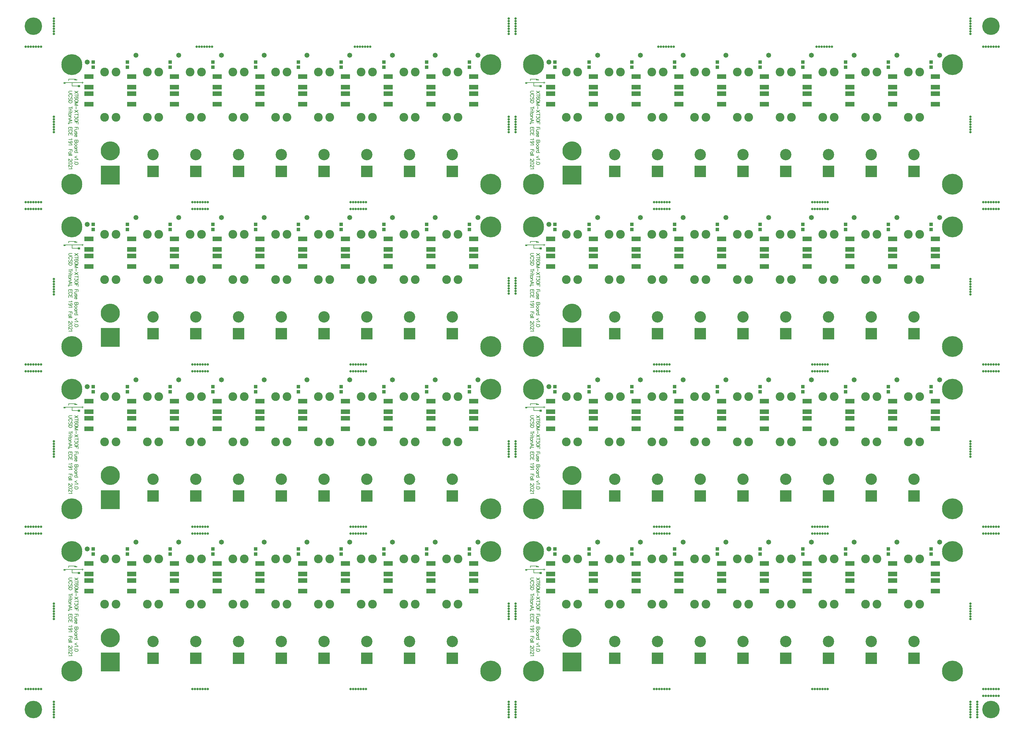
<source format=gts>
G04*
G04 #@! TF.GenerationSoftware,Altium Limited,Altium Designer,21.8.1 (53)*
G04*
G04 Layer_Color=8388736*
%FSLAX44Y44*%
%MOMM*%
G71*
G04*
G04 #@! TF.SameCoordinates,54C0CB10-D324-4126-BD5B-6722362DD903*
G04*
G04*
G04 #@! TF.FilePolarity,Negative*
G04*
G01*
G75*
%ADD13C,0.2032*%
%ADD28R,2.7032X1.3532*%
%ADD29R,1.0032X1.0032*%
%ADD30C,0.7112*%
%ADD31C,5.2032*%
%ADD32C,2.6032*%
%ADD33R,3.3782X3.3782*%
%ADD34C,3.3782*%
%ADD35C,5.6642*%
%ADD36R,5.6642X5.6642*%
%ADD37C,6.2032*%
%ADD38C,1.4732*%
G36*
X1536192Y1911604D02*
X1540256D01*
Y1909572D01*
X1532128D01*
Y1911604D01*
X1515872D01*
Y1907540D01*
X1513840D01*
Y1913636D01*
X1536192D01*
Y1911604D01*
D02*
G37*
G36*
X164592D02*
X168656D01*
Y1909572D01*
X160528D01*
Y1911604D01*
X144272D01*
Y1907540D01*
X142240D01*
Y1913636D01*
X164592D01*
Y1911604D01*
D02*
G37*
G36*
X1556512Y1903476D02*
X1558544D01*
Y1901444D01*
X1556512D01*
Y1899412D01*
X1554480D01*
Y1901444D01*
X1526032D01*
Y1893316D01*
X1542288D01*
Y1895348D01*
X1548384D01*
Y1889252D01*
X1542288D01*
Y1891284D01*
X1524000D01*
Y1901444D01*
X1505712D01*
Y1899412D01*
X1499616D01*
Y1903476D01*
X1554480D01*
Y1905508D01*
X1556512D01*
Y1903476D01*
D02*
G37*
G36*
X184912D02*
X186944D01*
Y1901444D01*
X184912D01*
Y1899412D01*
X182880D01*
Y1901444D01*
X154432D01*
Y1893316D01*
X170688D01*
Y1895348D01*
X176784D01*
Y1889252D01*
X170688D01*
Y1891284D01*
X152400D01*
Y1901444D01*
X134112D01*
Y1899412D01*
X128016D01*
Y1903476D01*
X182880D01*
Y1905508D01*
X184912D01*
Y1903476D01*
D02*
G37*
G36*
X1536192Y1429004D02*
X1540256D01*
Y1426972D01*
X1532128D01*
Y1429004D01*
X1515872D01*
Y1424940D01*
X1513840D01*
Y1431036D01*
X1536192D01*
Y1429004D01*
D02*
G37*
G36*
X164592D02*
X168656D01*
Y1426972D01*
X160528D01*
Y1429004D01*
X144272D01*
Y1424940D01*
X142240D01*
Y1431036D01*
X164592D01*
Y1429004D01*
D02*
G37*
G36*
X1556512Y1420876D02*
X1558544D01*
Y1418844D01*
X1556512D01*
Y1416812D01*
X1554480D01*
Y1418844D01*
X1526032D01*
Y1410716D01*
X1542288D01*
Y1412748D01*
X1548384D01*
Y1406652D01*
X1542288D01*
Y1408684D01*
X1524000D01*
Y1418844D01*
X1505712D01*
Y1416812D01*
X1499616D01*
Y1420876D01*
X1554480D01*
Y1422908D01*
X1556512D01*
Y1420876D01*
D02*
G37*
G36*
X184912D02*
X186944D01*
Y1418844D01*
X184912D01*
Y1416812D01*
X182880D01*
Y1418844D01*
X154432D01*
Y1410716D01*
X170688D01*
Y1412748D01*
X176784D01*
Y1406652D01*
X170688D01*
Y1408684D01*
X152400D01*
Y1418844D01*
X134112D01*
Y1416812D01*
X128016D01*
Y1420876D01*
X182880D01*
Y1422908D01*
X184912D01*
Y1420876D01*
D02*
G37*
G36*
X1536192Y946404D02*
X1540256D01*
Y944372D01*
X1532128D01*
Y946404D01*
X1515872D01*
Y942340D01*
X1513840D01*
Y948436D01*
X1536192D01*
Y946404D01*
D02*
G37*
G36*
X164592D02*
X168656D01*
Y944372D01*
X160528D01*
Y946404D01*
X144272D01*
Y942340D01*
X142240D01*
Y948436D01*
X164592D01*
Y946404D01*
D02*
G37*
G36*
X1556512Y938276D02*
X1558544D01*
Y936244D01*
X1556512D01*
Y934212D01*
X1554480D01*
Y936244D01*
X1526032D01*
Y928116D01*
X1542288D01*
Y930148D01*
X1548384D01*
Y924052D01*
X1542288D01*
Y926084D01*
X1524000D01*
Y936244D01*
X1505712D01*
Y934212D01*
X1499616D01*
Y938276D01*
X1554480D01*
Y940308D01*
X1556512D01*
Y938276D01*
D02*
G37*
G36*
X184912D02*
X186944D01*
Y936244D01*
X184912D01*
Y934212D01*
X182880D01*
Y936244D01*
X154432D01*
Y928116D01*
X170688D01*
Y930148D01*
X176784D01*
Y924052D01*
X170688D01*
Y926084D01*
X152400D01*
Y936244D01*
X134112D01*
Y934212D01*
X128016D01*
Y938276D01*
X182880D01*
Y940308D01*
X184912D01*
Y938276D01*
D02*
G37*
G36*
X1536192Y463804D02*
X1540256D01*
Y461772D01*
X1532128D01*
Y463804D01*
X1515872D01*
Y459740D01*
X1513840D01*
Y465836D01*
X1536192D01*
Y463804D01*
D02*
G37*
G36*
X164592D02*
X168656D01*
Y461772D01*
X160528D01*
Y463804D01*
X144272D01*
Y459740D01*
X142240D01*
Y465836D01*
X164592D01*
Y463804D01*
D02*
G37*
G36*
X1556512Y455676D02*
X1558544D01*
Y453644D01*
X1556512D01*
Y451612D01*
X1554480D01*
Y453644D01*
X1526032D01*
Y445516D01*
X1542288D01*
Y447548D01*
X1548384D01*
Y441452D01*
X1542288D01*
Y443484D01*
X1524000D01*
Y453644D01*
X1505712D01*
Y451612D01*
X1499616D01*
Y455676D01*
X1554480D01*
Y457708D01*
X1556512D01*
Y455676D01*
D02*
G37*
G36*
X184912D02*
X186944D01*
Y453644D01*
X184912D01*
Y451612D01*
X182880D01*
Y453644D01*
X154432D01*
Y445516D01*
X170688D01*
Y447548D01*
X176784D01*
Y441452D01*
X170688D01*
Y443484D01*
X152400D01*
Y453644D01*
X134112D01*
Y451612D01*
X128016D01*
Y455676D01*
X182880D01*
Y457708D01*
X184912D01*
Y455676D01*
D02*
G37*
D13*
X171375Y429768D02*
X161217Y422996D01*
X171375D02*
X161217Y429768D01*
X171375Y417337D02*
X161217D01*
X171375Y420723D02*
Y413951D01*
X169923Y406937D02*
X170891Y407421D01*
X171375Y408872D01*
Y409839D01*
X170891Y411290D01*
X169440Y412258D01*
X167021Y412742D01*
X164603D01*
X162668Y412258D01*
X161700Y411290D01*
X161217Y409839D01*
Y409356D01*
X161700Y407905D01*
X162668Y406937D01*
X164119Y406453D01*
X164603D01*
X166054Y406937D01*
X167021Y407905D01*
X167505Y409356D01*
Y409839D01*
X167021Y411290D01*
X166054Y412258D01*
X164603Y412742D01*
X171375Y401326D02*
X170891Y402777D01*
X169440Y403745D01*
X167021Y404228D01*
X165570D01*
X163152Y403745D01*
X161700Y402777D01*
X161217Y401326D01*
Y400359D01*
X161700Y398908D01*
X163152Y397940D01*
X165570Y397456D01*
X167021D01*
X169440Y397940D01*
X170891Y398908D01*
X171375Y400359D01*
Y401326D01*
Y395183D02*
X161217D01*
X171375D02*
X161217Y391313D01*
X171375Y387444D02*
X161217Y391313D01*
X171375Y387444D02*
X161217D01*
X165570Y384542D02*
Y375835D01*
X171375Y372836D02*
X161217Y366064D01*
X171375D02*
X161217Y372836D01*
X171375Y360405D02*
X161217D01*
X171375Y363791D02*
Y357019D01*
Y354842D02*
Y349521D01*
X167505Y352423D01*
Y350972D01*
X167021Y350005D01*
X166537Y349521D01*
X165086Y349038D01*
X164119D01*
X162668Y349521D01*
X161700Y350489D01*
X161217Y351940D01*
Y353391D01*
X161700Y354842D01*
X162184Y355326D01*
X163152Y355809D01*
X171375Y343862D02*
X170891Y345313D01*
X169440Y346280D01*
X167021Y346764D01*
X165570D01*
X163152Y346280D01*
X161700Y345313D01*
X161217Y343862D01*
Y342894D01*
X161700Y341443D01*
X163152Y340476D01*
X165570Y339992D01*
X167021D01*
X169440Y340476D01*
X170891Y341443D01*
X171375Y342894D01*
Y343862D01*
Y337719D02*
X161217D01*
X171375D02*
Y331431D01*
X166537Y337719D02*
Y333849D01*
X171375Y322289D02*
X161217D01*
X171375D02*
Y316000D01*
X166537Y322289D02*
Y318419D01*
X167989Y314839D02*
X163152D01*
X161700Y314356D01*
X161217Y313388D01*
Y311937D01*
X161700Y310970D01*
X163152Y309519D01*
X167989D02*
X161217D01*
X166537Y301537D02*
X167505Y302021D01*
X167989Y303472D01*
Y304923D01*
X167505Y306375D01*
X166537Y306858D01*
X165570Y306375D01*
X165086Y305407D01*
X164603Y302989D01*
X164119Y302021D01*
X163152Y301537D01*
X162668D01*
X161700Y302021D01*
X161217Y303472D01*
Y304923D01*
X161700Y306375D01*
X162668Y306858D01*
X165086Y299409D02*
Y293605D01*
X166054D01*
X167021Y294088D01*
X167505Y294572D01*
X167989Y295540D01*
Y296991D01*
X167505Y297958D01*
X166537Y298925D01*
X165086Y299409D01*
X164119D01*
X162668Y298925D01*
X161700Y297958D01*
X161217Y296991D01*
Y295540D01*
X161700Y294572D01*
X162668Y293605D01*
X171375Y283447D02*
X161217D01*
X171375D02*
Y279094D01*
X170891Y277642D01*
X170407Y277159D01*
X169440Y276675D01*
X168472D01*
X167505Y277159D01*
X167021Y277642D01*
X166537Y279094D01*
Y283447D02*
Y279094D01*
X166054Y277642D01*
X165570Y277159D01*
X164603Y276675D01*
X163152D01*
X162184Y277159D01*
X161700Y277642D01*
X161217Y279094D01*
Y283447D01*
X167989Y271983D02*
X167505Y272950D01*
X166537Y273918D01*
X165086Y274402D01*
X164119D01*
X162668Y273918D01*
X161700Y272950D01*
X161217Y271983D01*
Y270532D01*
X161700Y269565D01*
X162668Y268597D01*
X164119Y268113D01*
X165086D01*
X166537Y268597D01*
X167505Y269565D01*
X167989Y270532D01*
Y271983D01*
Y260084D02*
X161217D01*
X166537D02*
X167505Y261051D01*
X167989Y262019D01*
Y263470D01*
X167505Y264437D01*
X166537Y265405D01*
X165086Y265888D01*
X164119D01*
X162668Y265405D01*
X161700Y264437D01*
X161217Y263470D01*
Y262019D01*
X161700Y261051D01*
X162668Y260084D01*
X167989Y257375D02*
X161217D01*
X165086D02*
X166537Y256891D01*
X167505Y255924D01*
X167989Y254957D01*
Y253506D01*
X171375Y246782D02*
X161217D01*
X166537D02*
X167505Y247750D01*
X167989Y248717D01*
Y250168D01*
X167505Y251135D01*
X166537Y252103D01*
X165086Y252586D01*
X164119D01*
X162668Y252103D01*
X161700Y251135D01*
X161217Y250168D01*
Y248717D01*
X161700Y247750D01*
X162668Y246782D01*
X167989Y236092D02*
X161217Y233190D01*
X167989Y230288D02*
X161217Y233190D01*
X169440Y228643D02*
X169923Y227676D01*
X171375Y226225D01*
X161217D01*
X162184Y220710D02*
X161700Y221194D01*
X161217Y220710D01*
X161700Y220227D01*
X162184Y220710D01*
X171375Y215099D02*
X170891Y216550D01*
X169440Y217518D01*
X167021Y218002D01*
X165570D01*
X163152Y217518D01*
X161700Y216550D01*
X161217Y215099D01*
Y214132D01*
X161700Y212681D01*
X163152Y211713D01*
X165570Y211230D01*
X167021D01*
X169440Y211713D01*
X170891Y212681D01*
X171375Y214132D01*
Y215099D01*
X153825Y429768D02*
X146569D01*
X145118Y429284D01*
X144151Y428317D01*
X143667Y426866D01*
Y425898D01*
X144151Y424447D01*
X145118Y423480D01*
X146569Y422996D01*
X153825D01*
X151406Y412935D02*
X152374Y413419D01*
X153341Y414386D01*
X153825Y415354D01*
Y417288D01*
X153341Y418256D01*
X152374Y419223D01*
X151406Y419707D01*
X149955Y420191D01*
X147536D01*
X146085Y419707D01*
X145118Y419223D01*
X144151Y418256D01*
X143667Y417288D01*
Y415354D01*
X144151Y414386D01*
X145118Y413419D01*
X146085Y412935D01*
X152374Y403309D02*
X153341Y404277D01*
X153825Y405728D01*
Y407663D01*
X153341Y409114D01*
X152374Y410081D01*
X151406D01*
X150439Y409597D01*
X149955Y409114D01*
X149471Y408146D01*
X148504Y405244D01*
X148020Y404277D01*
X147536Y403793D01*
X146569Y403309D01*
X145118D01*
X144151Y404277D01*
X143667Y405728D01*
Y407663D01*
X144151Y409114D01*
X145118Y410081D01*
X153825Y401036D02*
X143667D01*
X153825D02*
Y397650D01*
X153341Y396199D01*
X152374Y395231D01*
X151406Y394748D01*
X149955Y394264D01*
X147536D01*
X146085Y394748D01*
X145118Y395231D01*
X144151Y396199D01*
X143667Y397650D01*
Y401036D01*
X153825Y380623D02*
X143667D01*
X153825Y384009D02*
Y377238D01*
X150439Y376028D02*
X143667D01*
X147536D02*
X148988Y375545D01*
X149955Y374577D01*
X150439Y373610D01*
Y372159D01*
X153825Y370272D02*
X153341Y369788D01*
X153825Y369305D01*
X154308Y369788D01*
X153825Y370272D01*
X150439Y369788D02*
X143667D01*
X153825Y366064D02*
X145602D01*
X144151Y365580D01*
X143667Y364613D01*
Y363645D01*
X150439Y367515D02*
Y364129D01*
Y359776D02*
X149955Y360743D01*
X148988Y361711D01*
X147536Y362194D01*
X146569D01*
X145118Y361711D01*
X144151Y360743D01*
X143667Y359776D01*
Y358325D01*
X144151Y357357D01*
X145118Y356390D01*
X146569Y355906D01*
X147536D01*
X148988Y356390D01*
X149955Y357357D01*
X150439Y358325D01*
Y359776D01*
Y353681D02*
X143667D01*
X148504D02*
X149955Y352230D01*
X150439Y351263D01*
Y349811D01*
X149955Y348844D01*
X148504Y348360D01*
X143667D01*
Y337961D02*
X153825Y341830D01*
X143667Y345700D01*
X147053Y344249D02*
Y339412D01*
X153825Y335591D02*
X143667D01*
X144151Y332495D02*
X143667Y332978D01*
X144151Y333462D01*
X144634Y332978D01*
X144151Y332495D01*
X143183D01*
X142216Y332978D01*
X141732Y333462D01*
X153825Y316000D02*
Y322289D01*
X143667D01*
Y316000D01*
X148988Y322289D02*
Y318419D01*
X151406Y307052D02*
X152374Y307535D01*
X153341Y308503D01*
X153825Y309470D01*
Y311405D01*
X153341Y312373D01*
X152374Y313340D01*
X151406Y313824D01*
X149955Y314307D01*
X147536D01*
X146085Y313824D01*
X145118Y313340D01*
X144151Y312373D01*
X143667Y311405D01*
Y309470D01*
X144151Y308503D01*
X145118Y307535D01*
X146085Y307052D01*
X153825Y297910D02*
Y304198D01*
X143667D01*
Y297910D01*
X148988Y304198D02*
Y300328D01*
X151890Y288236D02*
X152374Y287268D01*
X153825Y285817D01*
X143667D01*
X150439Y274498D02*
X148988Y274982D01*
X148020Y275950D01*
X147536Y277401D01*
Y277884D01*
X148020Y279335D01*
X148988Y280303D01*
X150439Y280787D01*
X150922D01*
X152374Y280303D01*
X153341Y279335D01*
X153825Y277884D01*
Y277401D01*
X153341Y275950D01*
X152374Y274982D01*
X150439Y274498D01*
X148020D01*
X145602Y274982D01*
X144151Y275950D01*
X143667Y277401D01*
Y278368D01*
X144151Y279819D01*
X145118Y280303D01*
X151890Y271741D02*
X152374Y270774D01*
X153825Y269323D01*
X143667D01*
X153825Y256311D02*
X143667D01*
X153825D02*
Y250023D01*
X148988Y256311D02*
Y252442D01*
X150439Y243058D02*
X143667D01*
X148988D02*
X149955Y244025D01*
X150439Y244992D01*
Y246444D01*
X149955Y247411D01*
X148988Y248378D01*
X147536Y248862D01*
X146569D01*
X145118Y248378D01*
X144151Y247411D01*
X143667Y246444D01*
Y244992D01*
X144151Y244025D01*
X145118Y243058D01*
X153825Y240349D02*
X143667D01*
X153825Y238221D02*
X143667D01*
X151406Y227627D02*
X151890D01*
X152857Y227144D01*
X153341Y226660D01*
X153825Y225693D01*
Y223758D01*
X153341Y222790D01*
X152857Y222307D01*
X151890Y221823D01*
X150922D01*
X149955Y222307D01*
X148504Y223274D01*
X143667Y228111D01*
Y221339D01*
X153825Y216164D02*
X153341Y217615D01*
X151890Y218582D01*
X149471Y219066D01*
X148020D01*
X145602Y218582D01*
X144151Y217615D01*
X143667Y216164D01*
Y215196D01*
X144151Y213745D01*
X145602Y212778D01*
X148020Y212294D01*
X149471D01*
X151890Y212778D01*
X153341Y213745D01*
X153825Y215196D01*
Y216164D01*
X151406Y209537D02*
X151890D01*
X152857Y209053D01*
X153341Y208569D01*
X153825Y207602D01*
Y205667D01*
X153341Y204700D01*
X152857Y204216D01*
X151890Y203732D01*
X150922D01*
X149955Y204216D01*
X148504Y205183D01*
X143667Y210020D01*
Y203249D01*
X151890Y200975D02*
X152374Y200008D01*
X153825Y198557D01*
X143667D01*
X1542975Y429768D02*
X1532817Y422996D01*
X1542975D02*
X1532817Y429768D01*
X1542975Y417337D02*
X1532817D01*
X1542975Y420723D02*
Y413951D01*
X1541523Y406937D02*
X1542491Y407421D01*
X1542975Y408872D01*
Y409839D01*
X1542491Y411290D01*
X1541040Y412258D01*
X1538621Y412742D01*
X1536203D01*
X1534268Y412258D01*
X1533300Y411290D01*
X1532817Y409839D01*
Y409356D01*
X1533300Y407905D01*
X1534268Y406937D01*
X1535719Y406453D01*
X1536203D01*
X1537654Y406937D01*
X1538621Y407905D01*
X1539105Y409356D01*
Y409839D01*
X1538621Y411290D01*
X1537654Y412258D01*
X1536203Y412742D01*
X1542975Y401326D02*
X1542491Y402777D01*
X1541040Y403745D01*
X1538621Y404228D01*
X1537170D01*
X1534752Y403745D01*
X1533300Y402777D01*
X1532817Y401326D01*
Y400359D01*
X1533300Y398908D01*
X1534752Y397940D01*
X1537170Y397456D01*
X1538621D01*
X1541040Y397940D01*
X1542491Y398908D01*
X1542975Y400359D01*
Y401326D01*
Y395183D02*
X1532817D01*
X1542975D02*
X1532817Y391313D01*
X1542975Y387444D02*
X1532817Y391313D01*
X1542975Y387444D02*
X1532817D01*
X1537170Y384542D02*
Y375835D01*
X1542975Y372836D02*
X1532817Y366064D01*
X1542975D02*
X1532817Y372836D01*
X1542975Y360405D02*
X1532817D01*
X1542975Y363791D02*
Y357019D01*
Y354842D02*
Y349521D01*
X1539105Y352423D01*
Y350972D01*
X1538621Y350005D01*
X1538138Y349521D01*
X1536686Y349038D01*
X1535719D01*
X1534268Y349521D01*
X1533300Y350489D01*
X1532817Y351940D01*
Y353391D01*
X1533300Y354842D01*
X1533784Y355326D01*
X1534752Y355809D01*
X1542975Y343862D02*
X1542491Y345313D01*
X1541040Y346280D01*
X1538621Y346764D01*
X1537170D01*
X1534752Y346280D01*
X1533300Y345313D01*
X1532817Y343862D01*
Y342894D01*
X1533300Y341443D01*
X1534752Y340476D01*
X1537170Y339992D01*
X1538621D01*
X1541040Y340476D01*
X1542491Y341443D01*
X1542975Y342894D01*
Y343862D01*
Y337719D02*
X1532817D01*
X1542975D02*
Y331431D01*
X1538138Y337719D02*
Y333849D01*
X1542975Y322289D02*
X1532817D01*
X1542975D02*
Y316000D01*
X1538138Y322289D02*
Y318419D01*
X1539589Y314839D02*
X1534752D01*
X1533300Y314356D01*
X1532817Y313388D01*
Y311937D01*
X1533300Y310970D01*
X1534752Y309519D01*
X1539589D02*
X1532817D01*
X1538138Y301537D02*
X1539105Y302021D01*
X1539589Y303472D01*
Y304923D01*
X1539105Y306375D01*
X1538138Y306858D01*
X1537170Y306375D01*
X1536686Y305407D01*
X1536203Y302989D01*
X1535719Y302021D01*
X1534752Y301537D01*
X1534268D01*
X1533300Y302021D01*
X1532817Y303472D01*
Y304923D01*
X1533300Y306375D01*
X1534268Y306858D01*
X1536686Y299409D02*
Y293605D01*
X1537654D01*
X1538621Y294088D01*
X1539105Y294572D01*
X1539589Y295540D01*
Y296991D01*
X1539105Y297958D01*
X1538138Y298925D01*
X1536686Y299409D01*
X1535719D01*
X1534268Y298925D01*
X1533300Y297958D01*
X1532817Y296991D01*
Y295540D01*
X1533300Y294572D01*
X1534268Y293605D01*
X1542975Y283447D02*
X1532817D01*
X1542975D02*
Y279094D01*
X1542491Y277642D01*
X1542007Y277159D01*
X1541040Y276675D01*
X1540072D01*
X1539105Y277159D01*
X1538621Y277642D01*
X1538138Y279094D01*
Y283447D02*
Y279094D01*
X1537654Y277642D01*
X1537170Y277159D01*
X1536203Y276675D01*
X1534752D01*
X1533784Y277159D01*
X1533300Y277642D01*
X1532817Y279094D01*
Y283447D01*
X1539589Y271983D02*
X1539105Y272950D01*
X1538138Y273918D01*
X1536686Y274402D01*
X1535719D01*
X1534268Y273918D01*
X1533300Y272950D01*
X1532817Y271983D01*
Y270532D01*
X1533300Y269565D01*
X1534268Y268597D01*
X1535719Y268113D01*
X1536686D01*
X1538138Y268597D01*
X1539105Y269565D01*
X1539589Y270532D01*
Y271983D01*
Y260084D02*
X1532817D01*
X1538138D02*
X1539105Y261051D01*
X1539589Y262019D01*
Y263470D01*
X1539105Y264437D01*
X1538138Y265405D01*
X1536686Y265888D01*
X1535719D01*
X1534268Y265405D01*
X1533300Y264437D01*
X1532817Y263470D01*
Y262019D01*
X1533300Y261051D01*
X1534268Y260084D01*
X1539589Y257375D02*
X1532817D01*
X1536686D02*
X1538138Y256891D01*
X1539105Y255924D01*
X1539589Y254957D01*
Y253506D01*
X1542975Y246782D02*
X1532817D01*
X1538138D02*
X1539105Y247750D01*
X1539589Y248717D01*
Y250168D01*
X1539105Y251135D01*
X1538138Y252103D01*
X1536686Y252586D01*
X1535719D01*
X1534268Y252103D01*
X1533300Y251135D01*
X1532817Y250168D01*
Y248717D01*
X1533300Y247750D01*
X1534268Y246782D01*
X1539589Y236092D02*
X1532817Y233190D01*
X1539589Y230288D02*
X1532817Y233190D01*
X1541040Y228643D02*
X1541523Y227676D01*
X1542975Y226225D01*
X1532817D01*
X1533784Y220710D02*
X1533300Y221194D01*
X1532817Y220710D01*
X1533300Y220227D01*
X1533784Y220710D01*
X1542975Y215099D02*
X1542491Y216550D01*
X1541040Y217518D01*
X1538621Y218002D01*
X1537170D01*
X1534752Y217518D01*
X1533300Y216550D01*
X1532817Y215099D01*
Y214132D01*
X1533300Y212681D01*
X1534752Y211713D01*
X1537170Y211230D01*
X1538621D01*
X1541040Y211713D01*
X1542491Y212681D01*
X1542975Y214132D01*
Y215099D01*
X1525425Y429768D02*
X1518169D01*
X1516718Y429284D01*
X1515751Y428317D01*
X1515267Y426866D01*
Y425898D01*
X1515751Y424447D01*
X1516718Y423480D01*
X1518169Y422996D01*
X1525425D01*
X1523006Y412935D02*
X1523974Y413419D01*
X1524941Y414386D01*
X1525425Y415354D01*
Y417288D01*
X1524941Y418256D01*
X1523974Y419223D01*
X1523006Y419707D01*
X1521555Y420191D01*
X1519137D01*
X1517685Y419707D01*
X1516718Y419223D01*
X1515751Y418256D01*
X1515267Y417288D01*
Y415354D01*
X1515751Y414386D01*
X1516718Y413419D01*
X1517685Y412935D01*
X1523974Y403309D02*
X1524941Y404277D01*
X1525425Y405728D01*
Y407663D01*
X1524941Y409114D01*
X1523974Y410081D01*
X1523006D01*
X1522039Y409597D01*
X1521555Y409114D01*
X1521071Y408146D01*
X1520104Y405244D01*
X1519620Y404277D01*
X1519137Y403793D01*
X1518169Y403309D01*
X1516718D01*
X1515751Y404277D01*
X1515267Y405728D01*
Y407663D01*
X1515751Y409114D01*
X1516718Y410081D01*
X1525425Y401036D02*
X1515267D01*
X1525425D02*
Y397650D01*
X1524941Y396199D01*
X1523974Y395231D01*
X1523006Y394748D01*
X1521555Y394264D01*
X1519137D01*
X1517685Y394748D01*
X1516718Y395231D01*
X1515751Y396199D01*
X1515267Y397650D01*
Y401036D01*
X1525425Y380623D02*
X1515267D01*
X1525425Y384009D02*
Y377238D01*
X1522039Y376028D02*
X1515267D01*
X1519137D02*
X1520588Y375545D01*
X1521555Y374577D01*
X1522039Y373610D01*
Y372159D01*
X1525425Y370272D02*
X1524941Y369788D01*
X1525425Y369305D01*
X1525908Y369788D01*
X1525425Y370272D01*
X1522039Y369788D02*
X1515267D01*
X1525425Y366064D02*
X1517202D01*
X1515751Y365580D01*
X1515267Y364613D01*
Y363645D01*
X1522039Y367515D02*
Y364129D01*
Y359776D02*
X1521555Y360743D01*
X1520588Y361711D01*
X1519137Y362194D01*
X1518169D01*
X1516718Y361711D01*
X1515751Y360743D01*
X1515267Y359776D01*
Y358325D01*
X1515751Y357357D01*
X1516718Y356390D01*
X1518169Y355906D01*
X1519137D01*
X1520588Y356390D01*
X1521555Y357357D01*
X1522039Y358325D01*
Y359776D01*
Y353681D02*
X1515267D01*
X1520104D02*
X1521555Y352230D01*
X1522039Y351263D01*
Y349811D01*
X1521555Y348844D01*
X1520104Y348360D01*
X1515267D01*
Y337961D02*
X1525425Y341830D01*
X1515267Y345700D01*
X1518653Y344249D02*
Y339412D01*
X1525425Y335591D02*
X1515267D01*
X1515751Y332495D02*
X1515267Y332978D01*
X1515751Y333462D01*
X1516234Y332978D01*
X1515751Y332495D01*
X1514783D01*
X1513816Y332978D01*
X1513332Y333462D01*
X1525425Y316000D02*
Y322289D01*
X1515267D01*
Y316000D01*
X1520588Y322289D02*
Y318419D01*
X1523006Y307052D02*
X1523974Y307535D01*
X1524941Y308503D01*
X1525425Y309470D01*
Y311405D01*
X1524941Y312373D01*
X1523974Y313340D01*
X1523006Y313824D01*
X1521555Y314307D01*
X1519137D01*
X1517685Y313824D01*
X1516718Y313340D01*
X1515751Y312373D01*
X1515267Y311405D01*
Y309470D01*
X1515751Y308503D01*
X1516718Y307535D01*
X1517685Y307052D01*
X1525425Y297910D02*
Y304198D01*
X1515267D01*
Y297910D01*
X1520588Y304198D02*
Y300328D01*
X1523490Y288236D02*
X1523974Y287268D01*
X1525425Y285817D01*
X1515267D01*
X1522039Y274498D02*
X1520588Y274982D01*
X1519620Y275950D01*
X1519137Y277401D01*
Y277884D01*
X1519620Y279335D01*
X1520588Y280303D01*
X1522039Y280787D01*
X1522522D01*
X1523974Y280303D01*
X1524941Y279335D01*
X1525425Y277884D01*
Y277401D01*
X1524941Y275950D01*
X1523974Y274982D01*
X1522039Y274498D01*
X1519620D01*
X1517202Y274982D01*
X1515751Y275950D01*
X1515267Y277401D01*
Y278368D01*
X1515751Y279819D01*
X1516718Y280303D01*
X1523490Y271741D02*
X1523974Y270774D01*
X1525425Y269323D01*
X1515267D01*
X1525425Y256311D02*
X1515267D01*
X1525425D02*
Y250023D01*
X1520588Y256311D02*
Y252442D01*
X1522039Y243058D02*
X1515267D01*
X1520588D02*
X1521555Y244025D01*
X1522039Y244992D01*
Y246444D01*
X1521555Y247411D01*
X1520588Y248378D01*
X1519137Y248862D01*
X1518169D01*
X1516718Y248378D01*
X1515751Y247411D01*
X1515267Y246444D01*
Y244992D01*
X1515751Y244025D01*
X1516718Y243058D01*
X1525425Y240349D02*
X1515267D01*
X1525425Y238221D02*
X1515267D01*
X1523006Y227627D02*
X1523490D01*
X1524457Y227144D01*
X1524941Y226660D01*
X1525425Y225693D01*
Y223758D01*
X1524941Y222790D01*
X1524457Y222307D01*
X1523490Y221823D01*
X1522522D01*
X1521555Y222307D01*
X1520104Y223274D01*
X1515267Y228111D01*
Y221339D01*
X1525425Y216164D02*
X1524941Y217615D01*
X1523490Y218582D01*
X1521071Y219066D01*
X1519620D01*
X1517202Y218582D01*
X1515751Y217615D01*
X1515267Y216164D01*
Y215196D01*
X1515751Y213745D01*
X1517202Y212778D01*
X1519620Y212294D01*
X1521071D01*
X1523490Y212778D01*
X1524941Y213745D01*
X1525425Y215196D01*
Y216164D01*
X1523006Y209537D02*
X1523490D01*
X1524457Y209053D01*
X1524941Y208569D01*
X1525425Y207602D01*
Y205667D01*
X1524941Y204700D01*
X1524457Y204216D01*
X1523490Y203732D01*
X1522522D01*
X1521555Y204216D01*
X1520104Y205183D01*
X1515267Y210020D01*
Y203249D01*
X1523490Y200975D02*
X1523974Y200008D01*
X1525425Y198557D01*
X1515267D01*
X171375Y912368D02*
X161217Y905596D01*
X171375D02*
X161217Y912368D01*
X171375Y899937D02*
X161217D01*
X171375Y903323D02*
Y896551D01*
X169923Y889537D02*
X170891Y890021D01*
X171375Y891472D01*
Y892439D01*
X170891Y893890D01*
X169440Y894858D01*
X167021Y895341D01*
X164603D01*
X162668Y894858D01*
X161700Y893890D01*
X161217Y892439D01*
Y891956D01*
X161700Y890505D01*
X162668Y889537D01*
X164119Y889053D01*
X164603D01*
X166054Y889537D01*
X167021Y890505D01*
X167505Y891956D01*
Y892439D01*
X167021Y893890D01*
X166054Y894858D01*
X164603Y895341D01*
X171375Y883926D02*
X170891Y885377D01*
X169440Y886345D01*
X167021Y886828D01*
X165570D01*
X163152Y886345D01*
X161700Y885377D01*
X161217Y883926D01*
Y882959D01*
X161700Y881507D01*
X163152Y880540D01*
X165570Y880056D01*
X167021D01*
X169440Y880540D01*
X170891Y881507D01*
X171375Y882959D01*
Y883926D01*
Y877783D02*
X161217D01*
X171375D02*
X161217Y873913D01*
X171375Y870044D02*
X161217Y873913D01*
X171375Y870044D02*
X161217D01*
X165570Y867141D02*
Y858435D01*
X171375Y855436D02*
X161217Y848664D01*
X171375D02*
X161217Y855436D01*
X171375Y843005D02*
X161217D01*
X171375Y846391D02*
Y839619D01*
Y837442D02*
Y832121D01*
X167505Y835023D01*
Y833572D01*
X167021Y832605D01*
X166537Y832121D01*
X165086Y831637D01*
X164119D01*
X162668Y832121D01*
X161700Y833089D01*
X161217Y834540D01*
Y835991D01*
X161700Y837442D01*
X162184Y837926D01*
X163152Y838409D01*
X171375Y826462D02*
X170891Y827913D01*
X169440Y828880D01*
X167021Y829364D01*
X165570D01*
X163152Y828880D01*
X161700Y827913D01*
X161217Y826462D01*
Y825494D01*
X161700Y824043D01*
X163152Y823076D01*
X165570Y822592D01*
X167021D01*
X169440Y823076D01*
X170891Y824043D01*
X171375Y825494D01*
Y826462D01*
Y820319D02*
X161217D01*
X171375D02*
Y814031D01*
X166537Y820319D02*
Y816449D01*
X171375Y804889D02*
X161217D01*
X171375D02*
Y798600D01*
X166537Y804889D02*
Y801019D01*
X167989Y797439D02*
X163152D01*
X161700Y796956D01*
X161217Y795988D01*
Y794537D01*
X161700Y793570D01*
X163152Y792119D01*
X167989D02*
X161217D01*
X166537Y784137D02*
X167505Y784621D01*
X167989Y786072D01*
Y787523D01*
X167505Y788975D01*
X166537Y789458D01*
X165570Y788975D01*
X165086Y788007D01*
X164603Y785589D01*
X164119Y784621D01*
X163152Y784137D01*
X162668D01*
X161700Y784621D01*
X161217Y786072D01*
Y787523D01*
X161700Y788975D01*
X162668Y789458D01*
X165086Y782009D02*
Y776205D01*
X166054D01*
X167021Y776689D01*
X167505Y777172D01*
X167989Y778140D01*
Y779591D01*
X167505Y780558D01*
X166537Y781525D01*
X165086Y782009D01*
X164119D01*
X162668Y781525D01*
X161700Y780558D01*
X161217Y779591D01*
Y778140D01*
X161700Y777172D01*
X162668Y776205D01*
X171375Y766047D02*
X161217D01*
X171375D02*
Y761694D01*
X170891Y760242D01*
X170407Y759759D01*
X169440Y759275D01*
X168472D01*
X167505Y759759D01*
X167021Y760242D01*
X166537Y761694D01*
Y766047D02*
Y761694D01*
X166054Y760242D01*
X165570Y759759D01*
X164603Y759275D01*
X163152D01*
X162184Y759759D01*
X161700Y760242D01*
X161217Y761694D01*
Y766047D01*
X167989Y754583D02*
X167505Y755551D01*
X166537Y756518D01*
X165086Y757002D01*
X164119D01*
X162668Y756518D01*
X161700Y755551D01*
X161217Y754583D01*
Y753132D01*
X161700Y752165D01*
X162668Y751197D01*
X164119Y750714D01*
X165086D01*
X166537Y751197D01*
X167505Y752165D01*
X167989Y753132D01*
Y754583D01*
Y742684D02*
X161217D01*
X166537D02*
X167505Y743651D01*
X167989Y744619D01*
Y746070D01*
X167505Y747037D01*
X166537Y748005D01*
X165086Y748488D01*
X164119D01*
X162668Y748005D01*
X161700Y747037D01*
X161217Y746070D01*
Y744619D01*
X161700Y743651D01*
X162668Y742684D01*
X167989Y739975D02*
X161217D01*
X165086D02*
X166537Y739492D01*
X167505Y738524D01*
X167989Y737557D01*
Y736106D01*
X171375Y729382D02*
X161217D01*
X166537D02*
X167505Y730350D01*
X167989Y731317D01*
Y732768D01*
X167505Y733735D01*
X166537Y734703D01*
X165086Y735186D01*
X164119D01*
X162668Y734703D01*
X161700Y733735D01*
X161217Y732768D01*
Y731317D01*
X161700Y730350D01*
X162668Y729382D01*
X167989Y718692D02*
X161217Y715790D01*
X167989Y712888D02*
X161217Y715790D01*
X169440Y711243D02*
X169923Y710276D01*
X171375Y708825D01*
X161217D01*
X162184Y703310D02*
X161700Y703794D01*
X161217Y703310D01*
X161700Y702827D01*
X162184Y703310D01*
X171375Y697699D02*
X170891Y699150D01*
X169440Y700118D01*
X167021Y700602D01*
X165570D01*
X163152Y700118D01*
X161700Y699150D01*
X161217Y697699D01*
Y696732D01*
X161700Y695281D01*
X163152Y694313D01*
X165570Y693830D01*
X167021D01*
X169440Y694313D01*
X170891Y695281D01*
X171375Y696732D01*
Y697699D01*
X153825Y912368D02*
X146569D01*
X145118Y911884D01*
X144151Y910917D01*
X143667Y909466D01*
Y908498D01*
X144151Y907047D01*
X145118Y906080D01*
X146569Y905596D01*
X153825D01*
X151406Y895535D02*
X152374Y896019D01*
X153341Y896986D01*
X153825Y897953D01*
Y899888D01*
X153341Y900856D01*
X152374Y901823D01*
X151406Y902307D01*
X149955Y902791D01*
X147536D01*
X146085Y902307D01*
X145118Y901823D01*
X144151Y900856D01*
X143667Y899888D01*
Y897953D01*
X144151Y896986D01*
X145118Y896019D01*
X146085Y895535D01*
X152374Y885909D02*
X153341Y886877D01*
X153825Y888328D01*
Y890263D01*
X153341Y891714D01*
X152374Y892681D01*
X151406D01*
X150439Y892197D01*
X149955Y891714D01*
X149471Y890746D01*
X148504Y887844D01*
X148020Y886877D01*
X147536Y886393D01*
X146569Y885909D01*
X145118D01*
X144151Y886877D01*
X143667Y888328D01*
Y890263D01*
X144151Y891714D01*
X145118Y892681D01*
X153825Y883636D02*
X143667D01*
X153825D02*
Y880250D01*
X153341Y878799D01*
X152374Y877831D01*
X151406Y877348D01*
X149955Y876864D01*
X147536D01*
X146085Y877348D01*
X145118Y877831D01*
X144151Y878799D01*
X143667Y880250D01*
Y883636D01*
X153825Y863223D02*
X143667D01*
X153825Y866609D02*
Y859837D01*
X150439Y858628D02*
X143667D01*
X147536D02*
X148988Y858145D01*
X149955Y857177D01*
X150439Y856210D01*
Y854759D01*
X153825Y852872D02*
X153341Y852388D01*
X153825Y851905D01*
X154308Y852388D01*
X153825Y852872D01*
X150439Y852388D02*
X143667D01*
X153825Y848664D02*
X145602D01*
X144151Y848180D01*
X143667Y847213D01*
Y846245D01*
X150439Y850115D02*
Y846729D01*
Y842376D02*
X149955Y843343D01*
X148988Y844311D01*
X147536Y844794D01*
X146569D01*
X145118Y844311D01*
X144151Y843343D01*
X143667Y842376D01*
Y840925D01*
X144151Y839957D01*
X145118Y838990D01*
X146569Y838506D01*
X147536D01*
X148988Y838990D01*
X149955Y839957D01*
X150439Y840925D01*
Y842376D01*
Y836281D02*
X143667D01*
X148504D02*
X149955Y834830D01*
X150439Y833863D01*
Y832411D01*
X149955Y831444D01*
X148504Y830960D01*
X143667D01*
Y820561D02*
X153825Y824430D01*
X143667Y828300D01*
X147053Y826849D02*
Y822012D01*
X153825Y818191D02*
X143667D01*
X144151Y815095D02*
X143667Y815578D01*
X144151Y816062D01*
X144634Y815578D01*
X144151Y815095D01*
X143183D01*
X142216Y815578D01*
X141732Y816062D01*
X153825Y798600D02*
Y804889D01*
X143667D01*
Y798600D01*
X148988Y804889D02*
Y801019D01*
X151406Y789652D02*
X152374Y790135D01*
X153341Y791103D01*
X153825Y792070D01*
Y794005D01*
X153341Y794973D01*
X152374Y795940D01*
X151406Y796424D01*
X149955Y796907D01*
X147536D01*
X146085Y796424D01*
X145118Y795940D01*
X144151Y794973D01*
X143667Y794005D01*
Y792070D01*
X144151Y791103D01*
X145118Y790135D01*
X146085Y789652D01*
X153825Y780510D02*
Y786798D01*
X143667D01*
Y780510D01*
X148988Y786798D02*
Y782928D01*
X151890Y770836D02*
X152374Y769868D01*
X153825Y768417D01*
X143667D01*
X150439Y757098D02*
X148988Y757582D01*
X148020Y758550D01*
X147536Y760001D01*
Y760484D01*
X148020Y761936D01*
X148988Y762903D01*
X150439Y763387D01*
X150922D01*
X152374Y762903D01*
X153341Y761936D01*
X153825Y760484D01*
Y760001D01*
X153341Y758550D01*
X152374Y757582D01*
X150439Y757098D01*
X148020D01*
X145602Y757582D01*
X144151Y758550D01*
X143667Y760001D01*
Y760968D01*
X144151Y762419D01*
X145118Y762903D01*
X151890Y754341D02*
X152374Y753374D01*
X153825Y751923D01*
X143667D01*
X153825Y738911D02*
X143667D01*
X153825D02*
Y732623D01*
X148988Y738911D02*
Y735042D01*
X150439Y725658D02*
X143667D01*
X148988D02*
X149955Y726625D01*
X150439Y727592D01*
Y729044D01*
X149955Y730011D01*
X148988Y730978D01*
X147536Y731462D01*
X146569D01*
X145118Y730978D01*
X144151Y730011D01*
X143667Y729044D01*
Y727592D01*
X144151Y726625D01*
X145118Y725658D01*
X153825Y722949D02*
X143667D01*
X153825Y720820D02*
X143667D01*
X151406Y710227D02*
X151890D01*
X152857Y709744D01*
X153341Y709260D01*
X153825Y708292D01*
Y706358D01*
X153341Y705390D01*
X152857Y704907D01*
X151890Y704423D01*
X150922D01*
X149955Y704907D01*
X148504Y705874D01*
X143667Y710711D01*
Y703939D01*
X153825Y698764D02*
X153341Y700215D01*
X151890Y701182D01*
X149471Y701666D01*
X148020D01*
X145602Y701182D01*
X144151Y700215D01*
X143667Y698764D01*
Y697796D01*
X144151Y696345D01*
X145602Y695378D01*
X148020Y694894D01*
X149471D01*
X151890Y695378D01*
X153341Y696345D01*
X153825Y697796D01*
Y698764D01*
X151406Y692137D02*
X151890D01*
X152857Y691653D01*
X153341Y691169D01*
X153825Y690202D01*
Y688267D01*
X153341Y687300D01*
X152857Y686816D01*
X151890Y686332D01*
X150922D01*
X149955Y686816D01*
X148504Y687783D01*
X143667Y692620D01*
Y685848D01*
X151890Y683575D02*
X152374Y682608D01*
X153825Y681157D01*
X143667D01*
X1542975Y912368D02*
X1532817Y905596D01*
X1542975D02*
X1532817Y912368D01*
X1542975Y899937D02*
X1532817D01*
X1542975Y903323D02*
Y896551D01*
X1541523Y889537D02*
X1542491Y890021D01*
X1542975Y891472D01*
Y892439D01*
X1542491Y893890D01*
X1541040Y894858D01*
X1538621Y895341D01*
X1536203D01*
X1534268Y894858D01*
X1533300Y893890D01*
X1532817Y892439D01*
Y891956D01*
X1533300Y890505D01*
X1534268Y889537D01*
X1535719Y889053D01*
X1536203D01*
X1537654Y889537D01*
X1538621Y890505D01*
X1539105Y891956D01*
Y892439D01*
X1538621Y893890D01*
X1537654Y894858D01*
X1536203Y895341D01*
X1542975Y883926D02*
X1542491Y885377D01*
X1541040Y886345D01*
X1538621Y886828D01*
X1537170D01*
X1534752Y886345D01*
X1533300Y885377D01*
X1532817Y883926D01*
Y882959D01*
X1533300Y881507D01*
X1534752Y880540D01*
X1537170Y880056D01*
X1538621D01*
X1541040Y880540D01*
X1542491Y881507D01*
X1542975Y882959D01*
Y883926D01*
Y877783D02*
X1532817D01*
X1542975D02*
X1532817Y873913D01*
X1542975Y870044D02*
X1532817Y873913D01*
X1542975Y870044D02*
X1532817D01*
X1537170Y867141D02*
Y858435D01*
X1542975Y855436D02*
X1532817Y848664D01*
X1542975D02*
X1532817Y855436D01*
X1542975Y843005D02*
X1532817D01*
X1542975Y846391D02*
Y839619D01*
Y837442D02*
Y832121D01*
X1539105Y835023D01*
Y833572D01*
X1538621Y832605D01*
X1538138Y832121D01*
X1536686Y831637D01*
X1535719D01*
X1534268Y832121D01*
X1533300Y833089D01*
X1532817Y834540D01*
Y835991D01*
X1533300Y837442D01*
X1533784Y837926D01*
X1534752Y838409D01*
X1542975Y826462D02*
X1542491Y827913D01*
X1541040Y828880D01*
X1538621Y829364D01*
X1537170D01*
X1534752Y828880D01*
X1533300Y827913D01*
X1532817Y826462D01*
Y825494D01*
X1533300Y824043D01*
X1534752Y823076D01*
X1537170Y822592D01*
X1538621D01*
X1541040Y823076D01*
X1542491Y824043D01*
X1542975Y825494D01*
Y826462D01*
Y820319D02*
X1532817D01*
X1542975D02*
Y814031D01*
X1538138Y820319D02*
Y816449D01*
X1542975Y804889D02*
X1532817D01*
X1542975D02*
Y798600D01*
X1538138Y804889D02*
Y801019D01*
X1539589Y797439D02*
X1534752D01*
X1533300Y796956D01*
X1532817Y795988D01*
Y794537D01*
X1533300Y793570D01*
X1534752Y792119D01*
X1539589D02*
X1532817D01*
X1538138Y784137D02*
X1539105Y784621D01*
X1539589Y786072D01*
Y787523D01*
X1539105Y788975D01*
X1538138Y789458D01*
X1537170Y788975D01*
X1536686Y788007D01*
X1536203Y785589D01*
X1535719Y784621D01*
X1534752Y784137D01*
X1534268D01*
X1533300Y784621D01*
X1532817Y786072D01*
Y787523D01*
X1533300Y788975D01*
X1534268Y789458D01*
X1536686Y782009D02*
Y776205D01*
X1537654D01*
X1538621Y776689D01*
X1539105Y777172D01*
X1539589Y778140D01*
Y779591D01*
X1539105Y780558D01*
X1538138Y781525D01*
X1536686Y782009D01*
X1535719D01*
X1534268Y781525D01*
X1533300Y780558D01*
X1532817Y779591D01*
Y778140D01*
X1533300Y777172D01*
X1534268Y776205D01*
X1542975Y766047D02*
X1532817D01*
X1542975D02*
Y761694D01*
X1542491Y760242D01*
X1542007Y759759D01*
X1541040Y759275D01*
X1540072D01*
X1539105Y759759D01*
X1538621Y760242D01*
X1538138Y761694D01*
Y766047D02*
Y761694D01*
X1537654Y760242D01*
X1537170Y759759D01*
X1536203Y759275D01*
X1534752D01*
X1533784Y759759D01*
X1533300Y760242D01*
X1532817Y761694D01*
Y766047D01*
X1539589Y754583D02*
X1539105Y755551D01*
X1538138Y756518D01*
X1536686Y757002D01*
X1535719D01*
X1534268Y756518D01*
X1533300Y755551D01*
X1532817Y754583D01*
Y753132D01*
X1533300Y752165D01*
X1534268Y751197D01*
X1535719Y750714D01*
X1536686D01*
X1538138Y751197D01*
X1539105Y752165D01*
X1539589Y753132D01*
Y754583D01*
Y742684D02*
X1532817D01*
X1538138D02*
X1539105Y743651D01*
X1539589Y744619D01*
Y746070D01*
X1539105Y747037D01*
X1538138Y748005D01*
X1536686Y748488D01*
X1535719D01*
X1534268Y748005D01*
X1533300Y747037D01*
X1532817Y746070D01*
Y744619D01*
X1533300Y743651D01*
X1534268Y742684D01*
X1539589Y739975D02*
X1532817D01*
X1536686D02*
X1538138Y739492D01*
X1539105Y738524D01*
X1539589Y737557D01*
Y736106D01*
X1542975Y729382D02*
X1532817D01*
X1538138D02*
X1539105Y730350D01*
X1539589Y731317D01*
Y732768D01*
X1539105Y733735D01*
X1538138Y734703D01*
X1536686Y735186D01*
X1535719D01*
X1534268Y734703D01*
X1533300Y733735D01*
X1532817Y732768D01*
Y731317D01*
X1533300Y730350D01*
X1534268Y729382D01*
X1539589Y718692D02*
X1532817Y715790D01*
X1539589Y712888D02*
X1532817Y715790D01*
X1541040Y711243D02*
X1541523Y710276D01*
X1542975Y708825D01*
X1532817D01*
X1533784Y703310D02*
X1533300Y703794D01*
X1532817Y703310D01*
X1533300Y702827D01*
X1533784Y703310D01*
X1542975Y697699D02*
X1542491Y699150D01*
X1541040Y700118D01*
X1538621Y700602D01*
X1537170D01*
X1534752Y700118D01*
X1533300Y699150D01*
X1532817Y697699D01*
Y696732D01*
X1533300Y695281D01*
X1534752Y694313D01*
X1537170Y693830D01*
X1538621D01*
X1541040Y694313D01*
X1542491Y695281D01*
X1542975Y696732D01*
Y697699D01*
X1525425Y912368D02*
X1518169D01*
X1516718Y911884D01*
X1515751Y910917D01*
X1515267Y909466D01*
Y908498D01*
X1515751Y907047D01*
X1516718Y906080D01*
X1518169Y905596D01*
X1525425D01*
X1523006Y895535D02*
X1523974Y896019D01*
X1524941Y896986D01*
X1525425Y897953D01*
Y899888D01*
X1524941Y900856D01*
X1523974Y901823D01*
X1523006Y902307D01*
X1521555Y902791D01*
X1519137D01*
X1517685Y902307D01*
X1516718Y901823D01*
X1515751Y900856D01*
X1515267Y899888D01*
Y897953D01*
X1515751Y896986D01*
X1516718Y896019D01*
X1517685Y895535D01*
X1523974Y885909D02*
X1524941Y886877D01*
X1525425Y888328D01*
Y890263D01*
X1524941Y891714D01*
X1523974Y892681D01*
X1523006D01*
X1522039Y892197D01*
X1521555Y891714D01*
X1521071Y890746D01*
X1520104Y887844D01*
X1519620Y886877D01*
X1519137Y886393D01*
X1518169Y885909D01*
X1516718D01*
X1515751Y886877D01*
X1515267Y888328D01*
Y890263D01*
X1515751Y891714D01*
X1516718Y892681D01*
X1525425Y883636D02*
X1515267D01*
X1525425D02*
Y880250D01*
X1524941Y878799D01*
X1523974Y877831D01*
X1523006Y877348D01*
X1521555Y876864D01*
X1519137D01*
X1517685Y877348D01*
X1516718Y877831D01*
X1515751Y878799D01*
X1515267Y880250D01*
Y883636D01*
X1525425Y863223D02*
X1515267D01*
X1525425Y866609D02*
Y859837D01*
X1522039Y858628D02*
X1515267D01*
X1519137D02*
X1520588Y858145D01*
X1521555Y857177D01*
X1522039Y856210D01*
Y854759D01*
X1525425Y852872D02*
X1524941Y852388D01*
X1525425Y851905D01*
X1525908Y852388D01*
X1525425Y852872D01*
X1522039Y852388D02*
X1515267D01*
X1525425Y848664D02*
X1517202D01*
X1515751Y848180D01*
X1515267Y847213D01*
Y846245D01*
X1522039Y850115D02*
Y846729D01*
Y842376D02*
X1521555Y843343D01*
X1520588Y844311D01*
X1519137Y844794D01*
X1518169D01*
X1516718Y844311D01*
X1515751Y843343D01*
X1515267Y842376D01*
Y840925D01*
X1515751Y839957D01*
X1516718Y838990D01*
X1518169Y838506D01*
X1519137D01*
X1520588Y838990D01*
X1521555Y839957D01*
X1522039Y840925D01*
Y842376D01*
Y836281D02*
X1515267D01*
X1520104D02*
X1521555Y834830D01*
X1522039Y833863D01*
Y832411D01*
X1521555Y831444D01*
X1520104Y830960D01*
X1515267D01*
Y820561D02*
X1525425Y824430D01*
X1515267Y828300D01*
X1518653Y826849D02*
Y822012D01*
X1525425Y818191D02*
X1515267D01*
X1515751Y815095D02*
X1515267Y815578D01*
X1515751Y816062D01*
X1516234Y815578D01*
X1515751Y815095D01*
X1514783D01*
X1513816Y815578D01*
X1513332Y816062D01*
X1525425Y798600D02*
Y804889D01*
X1515267D01*
Y798600D01*
X1520588Y804889D02*
Y801019D01*
X1523006Y789652D02*
X1523974Y790135D01*
X1524941Y791103D01*
X1525425Y792070D01*
Y794005D01*
X1524941Y794973D01*
X1523974Y795940D01*
X1523006Y796424D01*
X1521555Y796907D01*
X1519137D01*
X1517685Y796424D01*
X1516718Y795940D01*
X1515751Y794973D01*
X1515267Y794005D01*
Y792070D01*
X1515751Y791103D01*
X1516718Y790135D01*
X1517685Y789652D01*
X1525425Y780510D02*
Y786798D01*
X1515267D01*
Y780510D01*
X1520588Y786798D02*
Y782928D01*
X1523490Y770836D02*
X1523974Y769868D01*
X1525425Y768417D01*
X1515267D01*
X1522039Y757098D02*
X1520588Y757582D01*
X1519620Y758550D01*
X1519137Y760001D01*
Y760484D01*
X1519620Y761936D01*
X1520588Y762903D01*
X1522039Y763387D01*
X1522522D01*
X1523974Y762903D01*
X1524941Y761936D01*
X1525425Y760484D01*
Y760001D01*
X1524941Y758550D01*
X1523974Y757582D01*
X1522039Y757098D01*
X1519620D01*
X1517202Y757582D01*
X1515751Y758550D01*
X1515267Y760001D01*
Y760968D01*
X1515751Y762419D01*
X1516718Y762903D01*
X1523490Y754341D02*
X1523974Y753374D01*
X1525425Y751923D01*
X1515267D01*
X1525425Y738911D02*
X1515267D01*
X1525425D02*
Y732623D01*
X1520588Y738911D02*
Y735042D01*
X1522039Y725658D02*
X1515267D01*
X1520588D02*
X1521555Y726625D01*
X1522039Y727592D01*
Y729044D01*
X1521555Y730011D01*
X1520588Y730978D01*
X1519137Y731462D01*
X1518169D01*
X1516718Y730978D01*
X1515751Y730011D01*
X1515267Y729044D01*
Y727592D01*
X1515751Y726625D01*
X1516718Y725658D01*
X1525425Y722949D02*
X1515267D01*
X1525425Y720820D02*
X1515267D01*
X1523006Y710227D02*
X1523490D01*
X1524457Y709744D01*
X1524941Y709260D01*
X1525425Y708292D01*
Y706358D01*
X1524941Y705390D01*
X1524457Y704907D01*
X1523490Y704423D01*
X1522522D01*
X1521555Y704907D01*
X1520104Y705874D01*
X1515267Y710711D01*
Y703939D01*
X1525425Y698764D02*
X1524941Y700215D01*
X1523490Y701182D01*
X1521071Y701666D01*
X1519620D01*
X1517202Y701182D01*
X1515751Y700215D01*
X1515267Y698764D01*
Y697796D01*
X1515751Y696345D01*
X1517202Y695378D01*
X1519620Y694894D01*
X1521071D01*
X1523490Y695378D01*
X1524941Y696345D01*
X1525425Y697796D01*
Y698764D01*
X1523006Y692137D02*
X1523490D01*
X1524457Y691653D01*
X1524941Y691169D01*
X1525425Y690202D01*
Y688267D01*
X1524941Y687300D01*
X1524457Y686816D01*
X1523490Y686332D01*
X1522522D01*
X1521555Y686816D01*
X1520104Y687783D01*
X1515267Y692620D01*
Y685848D01*
X1523490Y683575D02*
X1523974Y682608D01*
X1525425Y681157D01*
X1515267D01*
X171375Y1394968D02*
X161217Y1388196D01*
X171375D02*
X161217Y1394968D01*
X171375Y1382537D02*
X161217D01*
X171375Y1385923D02*
Y1379151D01*
X169923Y1372137D02*
X170891Y1372621D01*
X171375Y1374072D01*
Y1375039D01*
X170891Y1376490D01*
X169440Y1377458D01*
X167021Y1377941D01*
X164603D01*
X162668Y1377458D01*
X161700Y1376490D01*
X161217Y1375039D01*
Y1374556D01*
X161700Y1373105D01*
X162668Y1372137D01*
X164119Y1371653D01*
X164603D01*
X166054Y1372137D01*
X167021Y1373105D01*
X167505Y1374556D01*
Y1375039D01*
X167021Y1376490D01*
X166054Y1377458D01*
X164603Y1377941D01*
X171375Y1366526D02*
X170891Y1367977D01*
X169440Y1368945D01*
X167021Y1369428D01*
X165570D01*
X163152Y1368945D01*
X161700Y1367977D01*
X161217Y1366526D01*
Y1365559D01*
X161700Y1364108D01*
X163152Y1363140D01*
X165570Y1362656D01*
X167021D01*
X169440Y1363140D01*
X170891Y1364108D01*
X171375Y1365559D01*
Y1366526D01*
Y1360383D02*
X161217D01*
X171375D02*
X161217Y1356513D01*
X171375Y1352644D02*
X161217Y1356513D01*
X171375Y1352644D02*
X161217D01*
X165570Y1349742D02*
Y1341035D01*
X171375Y1338036D02*
X161217Y1331264D01*
X171375D02*
X161217Y1338036D01*
X171375Y1325605D02*
X161217D01*
X171375Y1328990D02*
Y1322219D01*
Y1320042D02*
Y1314721D01*
X167505Y1317623D01*
Y1316172D01*
X167021Y1315205D01*
X166537Y1314721D01*
X165086Y1314238D01*
X164119D01*
X162668Y1314721D01*
X161700Y1315689D01*
X161217Y1317140D01*
Y1318591D01*
X161700Y1320042D01*
X162184Y1320526D01*
X163152Y1321009D01*
X171375Y1309062D02*
X170891Y1310513D01*
X169440Y1311480D01*
X167021Y1311964D01*
X165570D01*
X163152Y1311480D01*
X161700Y1310513D01*
X161217Y1309062D01*
Y1308094D01*
X161700Y1306643D01*
X163152Y1305676D01*
X165570Y1305192D01*
X167021D01*
X169440Y1305676D01*
X170891Y1306643D01*
X171375Y1308094D01*
Y1309062D01*
Y1302919D02*
X161217D01*
X171375D02*
Y1296631D01*
X166537Y1302919D02*
Y1299049D01*
X171375Y1287489D02*
X161217D01*
X171375D02*
Y1281200D01*
X166537Y1287489D02*
Y1283619D01*
X167989Y1280040D02*
X163152D01*
X161700Y1279556D01*
X161217Y1278588D01*
Y1277137D01*
X161700Y1276170D01*
X163152Y1274719D01*
X167989D02*
X161217D01*
X166537Y1266738D02*
X167505Y1267221D01*
X167989Y1268672D01*
Y1270124D01*
X167505Y1271575D01*
X166537Y1272058D01*
X165570Y1271575D01*
X165086Y1270607D01*
X164603Y1268189D01*
X164119Y1267221D01*
X163152Y1266738D01*
X162668D01*
X161700Y1267221D01*
X161217Y1268672D01*
Y1270124D01*
X161700Y1271575D01*
X162668Y1272058D01*
X165086Y1264609D02*
Y1258805D01*
X166054D01*
X167021Y1259288D01*
X167505Y1259772D01*
X167989Y1260740D01*
Y1262191D01*
X167505Y1263158D01*
X166537Y1264126D01*
X165086Y1264609D01*
X164119D01*
X162668Y1264126D01*
X161700Y1263158D01*
X161217Y1262191D01*
Y1260740D01*
X161700Y1259772D01*
X162668Y1258805D01*
X171375Y1248647D02*
X161217D01*
X171375D02*
Y1244294D01*
X170891Y1242842D01*
X170407Y1242359D01*
X169440Y1241875D01*
X168472D01*
X167505Y1242359D01*
X167021Y1242842D01*
X166537Y1244294D01*
Y1248647D02*
Y1244294D01*
X166054Y1242842D01*
X165570Y1242359D01*
X164603Y1241875D01*
X163152D01*
X162184Y1242359D01*
X161700Y1242842D01*
X161217Y1244294D01*
Y1248647D01*
X167989Y1237183D02*
X167505Y1238150D01*
X166537Y1239118D01*
X165086Y1239602D01*
X164119D01*
X162668Y1239118D01*
X161700Y1238150D01*
X161217Y1237183D01*
Y1235732D01*
X161700Y1234765D01*
X162668Y1233797D01*
X164119Y1233314D01*
X165086D01*
X166537Y1233797D01*
X167505Y1234765D01*
X167989Y1235732D01*
Y1237183D01*
Y1225284D02*
X161217D01*
X166537D02*
X167505Y1226251D01*
X167989Y1227219D01*
Y1228670D01*
X167505Y1229637D01*
X166537Y1230605D01*
X165086Y1231088D01*
X164119D01*
X162668Y1230605D01*
X161700Y1229637D01*
X161217Y1228670D01*
Y1227219D01*
X161700Y1226251D01*
X162668Y1225284D01*
X167989Y1222575D02*
X161217D01*
X165086D02*
X166537Y1222092D01*
X167505Y1221124D01*
X167989Y1220157D01*
Y1218706D01*
X171375Y1211982D02*
X161217D01*
X166537D02*
X167505Y1212950D01*
X167989Y1213917D01*
Y1215368D01*
X167505Y1216335D01*
X166537Y1217303D01*
X165086Y1217786D01*
X164119D01*
X162668Y1217303D01*
X161700Y1216335D01*
X161217Y1215368D01*
Y1213917D01*
X161700Y1212950D01*
X162668Y1211982D01*
X167989Y1201292D02*
X161217Y1198390D01*
X167989Y1195488D02*
X161217Y1198390D01*
X169440Y1193843D02*
X169923Y1192876D01*
X171375Y1191425D01*
X161217D01*
X162184Y1185910D02*
X161700Y1186394D01*
X161217Y1185910D01*
X161700Y1185427D01*
X162184Y1185910D01*
X171375Y1180299D02*
X170891Y1181750D01*
X169440Y1182718D01*
X167021Y1183202D01*
X165570D01*
X163152Y1182718D01*
X161700Y1181750D01*
X161217Y1180299D01*
Y1179332D01*
X161700Y1177881D01*
X163152Y1176913D01*
X165570Y1176430D01*
X167021D01*
X169440Y1176913D01*
X170891Y1177881D01*
X171375Y1179332D01*
Y1180299D01*
X153825Y1394968D02*
X146569D01*
X145118Y1394484D01*
X144151Y1393517D01*
X143667Y1392066D01*
Y1391098D01*
X144151Y1389647D01*
X145118Y1388680D01*
X146569Y1388196D01*
X153825D01*
X151406Y1378135D02*
X152374Y1378619D01*
X153341Y1379586D01*
X153825Y1380553D01*
Y1382488D01*
X153341Y1383456D01*
X152374Y1384423D01*
X151406Y1384907D01*
X149955Y1385391D01*
X147536D01*
X146085Y1384907D01*
X145118Y1384423D01*
X144151Y1383456D01*
X143667Y1382488D01*
Y1380553D01*
X144151Y1379586D01*
X145118Y1378619D01*
X146085Y1378135D01*
X152374Y1368509D02*
X153341Y1369477D01*
X153825Y1370928D01*
Y1372863D01*
X153341Y1374314D01*
X152374Y1375281D01*
X151406D01*
X150439Y1374797D01*
X149955Y1374314D01*
X149471Y1373346D01*
X148504Y1370444D01*
X148020Y1369477D01*
X147536Y1368993D01*
X146569Y1368509D01*
X145118D01*
X144151Y1369477D01*
X143667Y1370928D01*
Y1372863D01*
X144151Y1374314D01*
X145118Y1375281D01*
X153825Y1366236D02*
X143667D01*
X153825D02*
Y1362850D01*
X153341Y1361399D01*
X152374Y1360431D01*
X151406Y1359948D01*
X149955Y1359464D01*
X147536D01*
X146085Y1359948D01*
X145118Y1360431D01*
X144151Y1361399D01*
X143667Y1362850D01*
Y1366236D01*
X153825Y1345823D02*
X143667D01*
X153825Y1349209D02*
Y1342437D01*
X150439Y1341228D02*
X143667D01*
X147536D02*
X148988Y1340744D01*
X149955Y1339777D01*
X150439Y1338810D01*
Y1337359D01*
X153825Y1335472D02*
X153341Y1334988D01*
X153825Y1334505D01*
X154308Y1334988D01*
X153825Y1335472D01*
X150439Y1334988D02*
X143667D01*
X153825Y1331264D02*
X145602D01*
X144151Y1330780D01*
X143667Y1329813D01*
Y1328845D01*
X150439Y1332715D02*
Y1329329D01*
Y1324976D02*
X149955Y1325943D01*
X148988Y1326911D01*
X147536Y1327394D01*
X146569D01*
X145118Y1326911D01*
X144151Y1325943D01*
X143667Y1324976D01*
Y1323525D01*
X144151Y1322557D01*
X145118Y1321590D01*
X146569Y1321106D01*
X147536D01*
X148988Y1321590D01*
X149955Y1322557D01*
X150439Y1323525D01*
Y1324976D01*
Y1318881D02*
X143667D01*
X148504D02*
X149955Y1317430D01*
X150439Y1316463D01*
Y1315011D01*
X149955Y1314044D01*
X148504Y1313560D01*
X143667D01*
Y1303161D02*
X153825Y1307030D01*
X143667Y1310900D01*
X147053Y1309449D02*
Y1304612D01*
X153825Y1300791D02*
X143667D01*
X144151Y1297695D02*
X143667Y1298178D01*
X144151Y1298662D01*
X144634Y1298178D01*
X144151Y1297695D01*
X143183D01*
X142216Y1298178D01*
X141732Y1298662D01*
X153825Y1281200D02*
Y1287489D01*
X143667D01*
Y1281200D01*
X148988Y1287489D02*
Y1283619D01*
X151406Y1272252D02*
X152374Y1272736D01*
X153341Y1273703D01*
X153825Y1274670D01*
Y1276605D01*
X153341Y1277573D01*
X152374Y1278540D01*
X151406Y1279024D01*
X149955Y1279507D01*
X147536D01*
X146085Y1279024D01*
X145118Y1278540D01*
X144151Y1277573D01*
X143667Y1276605D01*
Y1274670D01*
X144151Y1273703D01*
X145118Y1272736D01*
X146085Y1272252D01*
X153825Y1263110D02*
Y1269398D01*
X143667D01*
Y1263110D01*
X148988Y1269398D02*
Y1265528D01*
X151890Y1253436D02*
X152374Y1252468D01*
X153825Y1251017D01*
X143667D01*
X150439Y1239698D02*
X148988Y1240182D01*
X148020Y1241150D01*
X147536Y1242601D01*
Y1243084D01*
X148020Y1244536D01*
X148988Y1245503D01*
X150439Y1245987D01*
X150922D01*
X152374Y1245503D01*
X153341Y1244536D01*
X153825Y1243084D01*
Y1242601D01*
X153341Y1241150D01*
X152374Y1240182D01*
X150439Y1239698D01*
X148020D01*
X145602Y1240182D01*
X144151Y1241150D01*
X143667Y1242601D01*
Y1243568D01*
X144151Y1245019D01*
X145118Y1245503D01*
X151890Y1236941D02*
X152374Y1235974D01*
X153825Y1234523D01*
X143667D01*
X153825Y1221511D02*
X143667D01*
X153825D02*
Y1215223D01*
X148988Y1221511D02*
Y1217642D01*
X150439Y1208258D02*
X143667D01*
X148988D02*
X149955Y1209225D01*
X150439Y1210192D01*
Y1211644D01*
X149955Y1212611D01*
X148988Y1213578D01*
X147536Y1214062D01*
X146569D01*
X145118Y1213578D01*
X144151Y1212611D01*
X143667Y1211644D01*
Y1210192D01*
X144151Y1209225D01*
X145118Y1208258D01*
X153825Y1205549D02*
X143667D01*
X153825Y1203420D02*
X143667D01*
X151406Y1192827D02*
X151890D01*
X152857Y1192344D01*
X153341Y1191860D01*
X153825Y1190892D01*
Y1188958D01*
X153341Y1187990D01*
X152857Y1187507D01*
X151890Y1187023D01*
X150922D01*
X149955Y1187507D01*
X148504Y1188474D01*
X143667Y1193311D01*
Y1186539D01*
X153825Y1181364D02*
X153341Y1182815D01*
X151890Y1183782D01*
X149471Y1184266D01*
X148020D01*
X145602Y1183782D01*
X144151Y1182815D01*
X143667Y1181364D01*
Y1180396D01*
X144151Y1178945D01*
X145602Y1177978D01*
X148020Y1177494D01*
X149471D01*
X151890Y1177978D01*
X153341Y1178945D01*
X153825Y1180396D01*
Y1181364D01*
X151406Y1174737D02*
X151890D01*
X152857Y1174253D01*
X153341Y1173769D01*
X153825Y1172802D01*
Y1170867D01*
X153341Y1169900D01*
X152857Y1169416D01*
X151890Y1168932D01*
X150922D01*
X149955Y1169416D01*
X148504Y1170383D01*
X143667Y1175220D01*
Y1168448D01*
X151890Y1166175D02*
X152374Y1165208D01*
X153825Y1163757D01*
X143667D01*
X1542975Y1394968D02*
X1532817Y1388196D01*
X1542975D02*
X1532817Y1394968D01*
X1542975Y1382537D02*
X1532817D01*
X1542975Y1385923D02*
Y1379151D01*
X1541523Y1372137D02*
X1542491Y1372621D01*
X1542975Y1374072D01*
Y1375039D01*
X1542491Y1376490D01*
X1541040Y1377458D01*
X1538621Y1377941D01*
X1536203D01*
X1534268Y1377458D01*
X1533300Y1376490D01*
X1532817Y1375039D01*
Y1374556D01*
X1533300Y1373105D01*
X1534268Y1372137D01*
X1535719Y1371653D01*
X1536203D01*
X1537654Y1372137D01*
X1538621Y1373105D01*
X1539105Y1374556D01*
Y1375039D01*
X1538621Y1376490D01*
X1537654Y1377458D01*
X1536203Y1377941D01*
X1542975Y1366526D02*
X1542491Y1367977D01*
X1541040Y1368945D01*
X1538621Y1369428D01*
X1537170D01*
X1534752Y1368945D01*
X1533300Y1367977D01*
X1532817Y1366526D01*
Y1365559D01*
X1533300Y1364108D01*
X1534752Y1363140D01*
X1537170Y1362656D01*
X1538621D01*
X1541040Y1363140D01*
X1542491Y1364108D01*
X1542975Y1365559D01*
Y1366526D01*
Y1360383D02*
X1532817D01*
X1542975D02*
X1532817Y1356513D01*
X1542975Y1352644D02*
X1532817Y1356513D01*
X1542975Y1352644D02*
X1532817D01*
X1537170Y1349742D02*
Y1341035D01*
X1542975Y1338036D02*
X1532817Y1331264D01*
X1542975D02*
X1532817Y1338036D01*
X1542975Y1325605D02*
X1532817D01*
X1542975Y1328990D02*
Y1322219D01*
Y1320042D02*
Y1314721D01*
X1539105Y1317623D01*
Y1316172D01*
X1538621Y1315205D01*
X1538138Y1314721D01*
X1536686Y1314238D01*
X1535719D01*
X1534268Y1314721D01*
X1533300Y1315689D01*
X1532817Y1317140D01*
Y1318591D01*
X1533300Y1320042D01*
X1533784Y1320526D01*
X1534752Y1321009D01*
X1542975Y1309062D02*
X1542491Y1310513D01*
X1541040Y1311480D01*
X1538621Y1311964D01*
X1537170D01*
X1534752Y1311480D01*
X1533300Y1310513D01*
X1532817Y1309062D01*
Y1308094D01*
X1533300Y1306643D01*
X1534752Y1305676D01*
X1537170Y1305192D01*
X1538621D01*
X1541040Y1305676D01*
X1542491Y1306643D01*
X1542975Y1308094D01*
Y1309062D01*
Y1302919D02*
X1532817D01*
X1542975D02*
Y1296631D01*
X1538138Y1302919D02*
Y1299049D01*
X1542975Y1287489D02*
X1532817D01*
X1542975D02*
Y1281200D01*
X1538138Y1287489D02*
Y1283619D01*
X1539589Y1280040D02*
X1534752D01*
X1533300Y1279556D01*
X1532817Y1278588D01*
Y1277137D01*
X1533300Y1276170D01*
X1534752Y1274719D01*
X1539589D02*
X1532817D01*
X1538138Y1266738D02*
X1539105Y1267221D01*
X1539589Y1268672D01*
Y1270124D01*
X1539105Y1271575D01*
X1538138Y1272058D01*
X1537170Y1271575D01*
X1536686Y1270607D01*
X1536203Y1268189D01*
X1535719Y1267221D01*
X1534752Y1266738D01*
X1534268D01*
X1533300Y1267221D01*
X1532817Y1268672D01*
Y1270124D01*
X1533300Y1271575D01*
X1534268Y1272058D01*
X1536686Y1264609D02*
Y1258805D01*
X1537654D01*
X1538621Y1259288D01*
X1539105Y1259772D01*
X1539589Y1260740D01*
Y1262191D01*
X1539105Y1263158D01*
X1538138Y1264126D01*
X1536686Y1264609D01*
X1535719D01*
X1534268Y1264126D01*
X1533300Y1263158D01*
X1532817Y1262191D01*
Y1260740D01*
X1533300Y1259772D01*
X1534268Y1258805D01*
X1542975Y1248647D02*
X1532817D01*
X1542975D02*
Y1244294D01*
X1542491Y1242842D01*
X1542007Y1242359D01*
X1541040Y1241875D01*
X1540072D01*
X1539105Y1242359D01*
X1538621Y1242842D01*
X1538138Y1244294D01*
Y1248647D02*
Y1244294D01*
X1537654Y1242842D01*
X1537170Y1242359D01*
X1536203Y1241875D01*
X1534752D01*
X1533784Y1242359D01*
X1533300Y1242842D01*
X1532817Y1244294D01*
Y1248647D01*
X1539589Y1237183D02*
X1539105Y1238150D01*
X1538138Y1239118D01*
X1536686Y1239602D01*
X1535719D01*
X1534268Y1239118D01*
X1533300Y1238150D01*
X1532817Y1237183D01*
Y1235732D01*
X1533300Y1234765D01*
X1534268Y1233797D01*
X1535719Y1233314D01*
X1536686D01*
X1538138Y1233797D01*
X1539105Y1234765D01*
X1539589Y1235732D01*
Y1237183D01*
Y1225284D02*
X1532817D01*
X1538138D02*
X1539105Y1226251D01*
X1539589Y1227219D01*
Y1228670D01*
X1539105Y1229637D01*
X1538138Y1230605D01*
X1536686Y1231088D01*
X1535719D01*
X1534268Y1230605D01*
X1533300Y1229637D01*
X1532817Y1228670D01*
Y1227219D01*
X1533300Y1226251D01*
X1534268Y1225284D01*
X1539589Y1222575D02*
X1532817D01*
X1536686D02*
X1538138Y1222092D01*
X1539105Y1221124D01*
X1539589Y1220157D01*
Y1218706D01*
X1542975Y1211982D02*
X1532817D01*
X1538138D02*
X1539105Y1212950D01*
X1539589Y1213917D01*
Y1215368D01*
X1539105Y1216335D01*
X1538138Y1217303D01*
X1536686Y1217786D01*
X1535719D01*
X1534268Y1217303D01*
X1533300Y1216335D01*
X1532817Y1215368D01*
Y1213917D01*
X1533300Y1212950D01*
X1534268Y1211982D01*
X1539589Y1201292D02*
X1532817Y1198390D01*
X1539589Y1195488D02*
X1532817Y1198390D01*
X1541040Y1193843D02*
X1541523Y1192876D01*
X1542975Y1191425D01*
X1532817D01*
X1533784Y1185910D02*
X1533300Y1186394D01*
X1532817Y1185910D01*
X1533300Y1185427D01*
X1533784Y1185910D01*
X1542975Y1180299D02*
X1542491Y1181750D01*
X1541040Y1182718D01*
X1538621Y1183202D01*
X1537170D01*
X1534752Y1182718D01*
X1533300Y1181750D01*
X1532817Y1180299D01*
Y1179332D01*
X1533300Y1177881D01*
X1534752Y1176913D01*
X1537170Y1176430D01*
X1538621D01*
X1541040Y1176913D01*
X1542491Y1177881D01*
X1542975Y1179332D01*
Y1180299D01*
X1525425Y1394968D02*
X1518169D01*
X1516718Y1394484D01*
X1515751Y1393517D01*
X1515267Y1392066D01*
Y1391098D01*
X1515751Y1389647D01*
X1516718Y1388680D01*
X1518169Y1388196D01*
X1525425D01*
X1523006Y1378135D02*
X1523974Y1378619D01*
X1524941Y1379586D01*
X1525425Y1380553D01*
Y1382488D01*
X1524941Y1383456D01*
X1523974Y1384423D01*
X1523006Y1384907D01*
X1521555Y1385391D01*
X1519137D01*
X1517685Y1384907D01*
X1516718Y1384423D01*
X1515751Y1383456D01*
X1515267Y1382488D01*
Y1380553D01*
X1515751Y1379586D01*
X1516718Y1378619D01*
X1517685Y1378135D01*
X1523974Y1368509D02*
X1524941Y1369477D01*
X1525425Y1370928D01*
Y1372863D01*
X1524941Y1374314D01*
X1523974Y1375281D01*
X1523006D01*
X1522039Y1374797D01*
X1521555Y1374314D01*
X1521071Y1373346D01*
X1520104Y1370444D01*
X1519620Y1369477D01*
X1519137Y1368993D01*
X1518169Y1368509D01*
X1516718D01*
X1515751Y1369477D01*
X1515267Y1370928D01*
Y1372863D01*
X1515751Y1374314D01*
X1516718Y1375281D01*
X1525425Y1366236D02*
X1515267D01*
X1525425D02*
Y1362850D01*
X1524941Y1361399D01*
X1523974Y1360431D01*
X1523006Y1359948D01*
X1521555Y1359464D01*
X1519137D01*
X1517685Y1359948D01*
X1516718Y1360431D01*
X1515751Y1361399D01*
X1515267Y1362850D01*
Y1366236D01*
X1525425Y1345823D02*
X1515267D01*
X1525425Y1349209D02*
Y1342437D01*
X1522039Y1341228D02*
X1515267D01*
X1519137D02*
X1520588Y1340744D01*
X1521555Y1339777D01*
X1522039Y1338810D01*
Y1337359D01*
X1525425Y1335472D02*
X1524941Y1334988D01*
X1525425Y1334505D01*
X1525908Y1334988D01*
X1525425Y1335472D01*
X1522039Y1334988D02*
X1515267D01*
X1525425Y1331264D02*
X1517202D01*
X1515751Y1330780D01*
X1515267Y1329813D01*
Y1328845D01*
X1522039Y1332715D02*
Y1329329D01*
Y1324976D02*
X1521555Y1325943D01*
X1520588Y1326911D01*
X1519137Y1327394D01*
X1518169D01*
X1516718Y1326911D01*
X1515751Y1325943D01*
X1515267Y1324976D01*
Y1323525D01*
X1515751Y1322557D01*
X1516718Y1321590D01*
X1518169Y1321106D01*
X1519137D01*
X1520588Y1321590D01*
X1521555Y1322557D01*
X1522039Y1323525D01*
Y1324976D01*
Y1318881D02*
X1515267D01*
X1520104D02*
X1521555Y1317430D01*
X1522039Y1316463D01*
Y1315011D01*
X1521555Y1314044D01*
X1520104Y1313560D01*
X1515267D01*
Y1303161D02*
X1525425Y1307030D01*
X1515267Y1310900D01*
X1518653Y1309449D02*
Y1304612D01*
X1525425Y1300791D02*
X1515267D01*
X1515751Y1297695D02*
X1515267Y1298178D01*
X1515751Y1298662D01*
X1516234Y1298178D01*
X1515751Y1297695D01*
X1514783D01*
X1513816Y1298178D01*
X1513332Y1298662D01*
X1525425Y1281200D02*
Y1287489D01*
X1515267D01*
Y1281200D01*
X1520588Y1287489D02*
Y1283619D01*
X1523006Y1272252D02*
X1523974Y1272736D01*
X1524941Y1273703D01*
X1525425Y1274670D01*
Y1276605D01*
X1524941Y1277573D01*
X1523974Y1278540D01*
X1523006Y1279024D01*
X1521555Y1279507D01*
X1519137D01*
X1517685Y1279024D01*
X1516718Y1278540D01*
X1515751Y1277573D01*
X1515267Y1276605D01*
Y1274670D01*
X1515751Y1273703D01*
X1516718Y1272736D01*
X1517685Y1272252D01*
X1525425Y1263110D02*
Y1269398D01*
X1515267D01*
Y1263110D01*
X1520588Y1269398D02*
Y1265528D01*
X1523490Y1253436D02*
X1523974Y1252468D01*
X1525425Y1251017D01*
X1515267D01*
X1522039Y1239698D02*
X1520588Y1240182D01*
X1519620Y1241150D01*
X1519137Y1242601D01*
Y1243084D01*
X1519620Y1244536D01*
X1520588Y1245503D01*
X1522039Y1245987D01*
X1522522D01*
X1523974Y1245503D01*
X1524941Y1244536D01*
X1525425Y1243084D01*
Y1242601D01*
X1524941Y1241150D01*
X1523974Y1240182D01*
X1522039Y1239698D01*
X1519620D01*
X1517202Y1240182D01*
X1515751Y1241150D01*
X1515267Y1242601D01*
Y1243568D01*
X1515751Y1245019D01*
X1516718Y1245503D01*
X1523490Y1236941D02*
X1523974Y1235974D01*
X1525425Y1234523D01*
X1515267D01*
X1525425Y1221511D02*
X1515267D01*
X1525425D02*
Y1215223D01*
X1520588Y1221511D02*
Y1217642D01*
X1522039Y1208258D02*
X1515267D01*
X1520588D02*
X1521555Y1209225D01*
X1522039Y1210192D01*
Y1211644D01*
X1521555Y1212611D01*
X1520588Y1213578D01*
X1519137Y1214062D01*
X1518169D01*
X1516718Y1213578D01*
X1515751Y1212611D01*
X1515267Y1211644D01*
Y1210192D01*
X1515751Y1209225D01*
X1516718Y1208258D01*
X1525425Y1205549D02*
X1515267D01*
X1525425Y1203420D02*
X1515267D01*
X1523006Y1192827D02*
X1523490D01*
X1524457Y1192344D01*
X1524941Y1191860D01*
X1525425Y1190892D01*
Y1188958D01*
X1524941Y1187990D01*
X1524457Y1187507D01*
X1523490Y1187023D01*
X1522522D01*
X1521555Y1187507D01*
X1520104Y1188474D01*
X1515267Y1193311D01*
Y1186539D01*
X1525425Y1181364D02*
X1524941Y1182815D01*
X1523490Y1183782D01*
X1521071Y1184266D01*
X1519620D01*
X1517202Y1183782D01*
X1515751Y1182815D01*
X1515267Y1181364D01*
Y1180396D01*
X1515751Y1178945D01*
X1517202Y1177978D01*
X1519620Y1177494D01*
X1521071D01*
X1523490Y1177978D01*
X1524941Y1178945D01*
X1525425Y1180396D01*
Y1181364D01*
X1523006Y1174737D02*
X1523490D01*
X1524457Y1174253D01*
X1524941Y1173769D01*
X1525425Y1172802D01*
Y1170867D01*
X1524941Y1169900D01*
X1524457Y1169416D01*
X1523490Y1168932D01*
X1522522D01*
X1521555Y1169416D01*
X1520104Y1170383D01*
X1515267Y1175220D01*
Y1168448D01*
X1523490Y1166175D02*
X1523974Y1165208D01*
X1525425Y1163757D01*
X1515267D01*
X171375Y1877568D02*
X161217Y1870796D01*
X171375D02*
X161217Y1877568D01*
X171375Y1865137D02*
X161217D01*
X171375Y1868523D02*
Y1861751D01*
X169923Y1854737D02*
X170891Y1855221D01*
X171375Y1856672D01*
Y1857639D01*
X170891Y1859090D01*
X169440Y1860058D01*
X167021Y1860542D01*
X164603D01*
X162668Y1860058D01*
X161700Y1859090D01*
X161217Y1857639D01*
Y1857156D01*
X161700Y1855704D01*
X162668Y1854737D01*
X164119Y1854253D01*
X164603D01*
X166054Y1854737D01*
X167021Y1855704D01*
X167505Y1857156D01*
Y1857639D01*
X167021Y1859090D01*
X166054Y1860058D01*
X164603Y1860542D01*
X171375Y1849126D02*
X170891Y1850577D01*
X169440Y1851545D01*
X167021Y1852028D01*
X165570D01*
X163152Y1851545D01*
X161700Y1850577D01*
X161217Y1849126D01*
Y1848159D01*
X161700Y1846707D01*
X163152Y1845740D01*
X165570Y1845256D01*
X167021D01*
X169440Y1845740D01*
X170891Y1846707D01*
X171375Y1848159D01*
Y1849126D01*
Y1842983D02*
X161217D01*
X171375D02*
X161217Y1839113D01*
X171375Y1835244D02*
X161217Y1839113D01*
X171375Y1835244D02*
X161217D01*
X165570Y1832341D02*
Y1823635D01*
X171375Y1820636D02*
X161217Y1813864D01*
X171375D02*
X161217Y1820636D01*
X171375Y1808204D02*
X161217D01*
X171375Y1811591D02*
Y1804819D01*
Y1802642D02*
Y1797321D01*
X167505Y1800223D01*
Y1798772D01*
X167021Y1797805D01*
X166537Y1797321D01*
X165086Y1796837D01*
X164119D01*
X162668Y1797321D01*
X161700Y1798289D01*
X161217Y1799740D01*
Y1801191D01*
X161700Y1802642D01*
X162184Y1803126D01*
X163152Y1803609D01*
X171375Y1791662D02*
X170891Y1793113D01*
X169440Y1794080D01*
X167021Y1794564D01*
X165570D01*
X163152Y1794080D01*
X161700Y1793113D01*
X161217Y1791662D01*
Y1790694D01*
X161700Y1789243D01*
X163152Y1788276D01*
X165570Y1787792D01*
X167021D01*
X169440Y1788276D01*
X170891Y1789243D01*
X171375Y1790694D01*
Y1791662D01*
Y1785519D02*
X161217D01*
X171375D02*
Y1779231D01*
X166537Y1785519D02*
Y1781649D01*
X171375Y1770089D02*
X161217D01*
X171375D02*
Y1763800D01*
X166537Y1770089D02*
Y1766219D01*
X167989Y1762639D02*
X163152D01*
X161700Y1762156D01*
X161217Y1761188D01*
Y1759737D01*
X161700Y1758770D01*
X163152Y1757319D01*
X167989D02*
X161217D01*
X166537Y1749337D02*
X167505Y1749821D01*
X167989Y1751272D01*
Y1752724D01*
X167505Y1754175D01*
X166537Y1754658D01*
X165570Y1754175D01*
X165086Y1753207D01*
X164603Y1750789D01*
X164119Y1749821D01*
X163152Y1749337D01*
X162668D01*
X161700Y1749821D01*
X161217Y1751272D01*
Y1752724D01*
X161700Y1754175D01*
X162668Y1754658D01*
X165086Y1747209D02*
Y1741405D01*
X166054D01*
X167021Y1741888D01*
X167505Y1742372D01*
X167989Y1743340D01*
Y1744791D01*
X167505Y1745758D01*
X166537Y1746725D01*
X165086Y1747209D01*
X164119D01*
X162668Y1746725D01*
X161700Y1745758D01*
X161217Y1744791D01*
Y1743340D01*
X161700Y1742372D01*
X162668Y1741405D01*
X171375Y1731247D02*
X161217D01*
X171375D02*
Y1726894D01*
X170891Y1725443D01*
X170407Y1724959D01*
X169440Y1724475D01*
X168472D01*
X167505Y1724959D01*
X167021Y1725443D01*
X166537Y1726894D01*
Y1731247D02*
Y1726894D01*
X166054Y1725443D01*
X165570Y1724959D01*
X164603Y1724475D01*
X163152D01*
X162184Y1724959D01*
X161700Y1725443D01*
X161217Y1726894D01*
Y1731247D01*
X167989Y1719783D02*
X167505Y1720750D01*
X166537Y1721718D01*
X165086Y1722202D01*
X164119D01*
X162668Y1721718D01*
X161700Y1720750D01*
X161217Y1719783D01*
Y1718332D01*
X161700Y1717365D01*
X162668Y1716397D01*
X164119Y1715914D01*
X165086D01*
X166537Y1716397D01*
X167505Y1717365D01*
X167989Y1718332D01*
Y1719783D01*
Y1707884D02*
X161217D01*
X166537D02*
X167505Y1708851D01*
X167989Y1709819D01*
Y1711270D01*
X167505Y1712237D01*
X166537Y1713205D01*
X165086Y1713688D01*
X164119D01*
X162668Y1713205D01*
X161700Y1712237D01*
X161217Y1711270D01*
Y1709819D01*
X161700Y1708851D01*
X162668Y1707884D01*
X167989Y1705175D02*
X161217D01*
X165086D02*
X166537Y1704691D01*
X167505Y1703724D01*
X167989Y1702757D01*
Y1701306D01*
X171375Y1694582D02*
X161217D01*
X166537D02*
X167505Y1695549D01*
X167989Y1696517D01*
Y1697968D01*
X167505Y1698935D01*
X166537Y1699903D01*
X165086Y1700387D01*
X164119D01*
X162668Y1699903D01*
X161700Y1698935D01*
X161217Y1697968D01*
Y1696517D01*
X161700Y1695549D01*
X162668Y1694582D01*
X167989Y1683892D02*
X161217Y1680990D01*
X167989Y1678088D02*
X161217Y1680990D01*
X169440Y1676443D02*
X169923Y1675476D01*
X171375Y1674025D01*
X161217D01*
X162184Y1668510D02*
X161700Y1668994D01*
X161217Y1668510D01*
X161700Y1668027D01*
X162184Y1668510D01*
X171375Y1662899D02*
X170891Y1664350D01*
X169440Y1665318D01*
X167021Y1665802D01*
X165570D01*
X163152Y1665318D01*
X161700Y1664350D01*
X161217Y1662899D01*
Y1661932D01*
X161700Y1660481D01*
X163152Y1659513D01*
X165570Y1659030D01*
X167021D01*
X169440Y1659513D01*
X170891Y1660481D01*
X171375Y1661932D01*
Y1662899D01*
X153825Y1877568D02*
X146569D01*
X145118Y1877084D01*
X144151Y1876117D01*
X143667Y1874666D01*
Y1873698D01*
X144151Y1872247D01*
X145118Y1871280D01*
X146569Y1870796D01*
X153825D01*
X151406Y1860735D02*
X152374Y1861219D01*
X153341Y1862186D01*
X153825Y1863154D01*
Y1865088D01*
X153341Y1866056D01*
X152374Y1867023D01*
X151406Y1867507D01*
X149955Y1867991D01*
X147536D01*
X146085Y1867507D01*
X145118Y1867023D01*
X144151Y1866056D01*
X143667Y1865088D01*
Y1863154D01*
X144151Y1862186D01*
X145118Y1861219D01*
X146085Y1860735D01*
X152374Y1851109D02*
X153341Y1852077D01*
X153825Y1853528D01*
Y1855463D01*
X153341Y1856914D01*
X152374Y1857881D01*
X151406D01*
X150439Y1857397D01*
X149955Y1856914D01*
X149471Y1855946D01*
X148504Y1853044D01*
X148020Y1852077D01*
X147536Y1851593D01*
X146569Y1851109D01*
X145118D01*
X144151Y1852077D01*
X143667Y1853528D01*
Y1855463D01*
X144151Y1856914D01*
X145118Y1857881D01*
X153825Y1848836D02*
X143667D01*
X153825D02*
Y1845450D01*
X153341Y1843999D01*
X152374Y1843031D01*
X151406Y1842548D01*
X149955Y1842064D01*
X147536D01*
X146085Y1842548D01*
X145118Y1843031D01*
X144151Y1843999D01*
X143667Y1845450D01*
Y1848836D01*
X153825Y1828423D02*
X143667D01*
X153825Y1831809D02*
Y1825038D01*
X150439Y1823828D02*
X143667D01*
X147536D02*
X148988Y1823345D01*
X149955Y1822377D01*
X150439Y1821410D01*
Y1819959D01*
X153825Y1818072D02*
X153341Y1817588D01*
X153825Y1817105D01*
X154308Y1817588D01*
X153825Y1818072D01*
X150439Y1817588D02*
X143667D01*
X153825Y1813864D02*
X145602D01*
X144151Y1813380D01*
X143667Y1812413D01*
Y1811445D01*
X150439Y1815315D02*
Y1811929D01*
Y1807576D02*
X149955Y1808543D01*
X148988Y1809511D01*
X147536Y1809994D01*
X146569D01*
X145118Y1809511D01*
X144151Y1808543D01*
X143667Y1807576D01*
Y1806125D01*
X144151Y1805157D01*
X145118Y1804190D01*
X146569Y1803706D01*
X147536D01*
X148988Y1804190D01*
X149955Y1805157D01*
X150439Y1806125D01*
Y1807576D01*
Y1801481D02*
X143667D01*
X148504D02*
X149955Y1800030D01*
X150439Y1799062D01*
Y1797611D01*
X149955Y1796644D01*
X148504Y1796160D01*
X143667D01*
Y1785761D02*
X153825Y1789630D01*
X143667Y1793500D01*
X147053Y1792049D02*
Y1787212D01*
X153825Y1783391D02*
X143667D01*
X144151Y1780295D02*
X143667Y1780778D01*
X144151Y1781262D01*
X144634Y1780778D01*
X144151Y1780295D01*
X143183D01*
X142216Y1780778D01*
X141732Y1781262D01*
X153825Y1763800D02*
Y1770089D01*
X143667D01*
Y1763800D01*
X148988Y1770089D02*
Y1766219D01*
X151406Y1754852D02*
X152374Y1755336D01*
X153341Y1756303D01*
X153825Y1757270D01*
Y1759205D01*
X153341Y1760173D01*
X152374Y1761140D01*
X151406Y1761624D01*
X149955Y1762107D01*
X147536D01*
X146085Y1761624D01*
X145118Y1761140D01*
X144151Y1760173D01*
X143667Y1759205D01*
Y1757270D01*
X144151Y1756303D01*
X145118Y1755336D01*
X146085Y1754852D01*
X153825Y1745710D02*
Y1751998D01*
X143667D01*
Y1745710D01*
X148988Y1751998D02*
Y1748128D01*
X151890Y1736036D02*
X152374Y1735068D01*
X153825Y1733617D01*
X143667D01*
X150439Y1722298D02*
X148988Y1722782D01*
X148020Y1723750D01*
X147536Y1725201D01*
Y1725684D01*
X148020Y1727135D01*
X148988Y1728103D01*
X150439Y1728587D01*
X150922D01*
X152374Y1728103D01*
X153341Y1727135D01*
X153825Y1725684D01*
Y1725201D01*
X153341Y1723750D01*
X152374Y1722782D01*
X150439Y1722298D01*
X148020D01*
X145602Y1722782D01*
X144151Y1723750D01*
X143667Y1725201D01*
Y1726168D01*
X144151Y1727619D01*
X145118Y1728103D01*
X151890Y1719541D02*
X152374Y1718574D01*
X153825Y1717123D01*
X143667D01*
X153825Y1704111D02*
X143667D01*
X153825D02*
Y1697823D01*
X148988Y1704111D02*
Y1700242D01*
X150439Y1690858D02*
X143667D01*
X148988D02*
X149955Y1691825D01*
X150439Y1692792D01*
Y1694243D01*
X149955Y1695211D01*
X148988Y1696178D01*
X147536Y1696662D01*
X146569D01*
X145118Y1696178D01*
X144151Y1695211D01*
X143667Y1694243D01*
Y1692792D01*
X144151Y1691825D01*
X145118Y1690858D01*
X153825Y1688149D02*
X143667D01*
X153825Y1686021D02*
X143667D01*
X151406Y1675427D02*
X151890D01*
X152857Y1674944D01*
X153341Y1674460D01*
X153825Y1673492D01*
Y1671558D01*
X153341Y1670590D01*
X152857Y1670107D01*
X151890Y1669623D01*
X150922D01*
X149955Y1670107D01*
X148504Y1671074D01*
X143667Y1675911D01*
Y1669139D01*
X153825Y1663963D02*
X153341Y1665415D01*
X151890Y1666382D01*
X149471Y1666866D01*
X148020D01*
X145602Y1666382D01*
X144151Y1665415D01*
X143667Y1663963D01*
Y1662996D01*
X144151Y1661545D01*
X145602Y1660578D01*
X148020Y1660094D01*
X149471D01*
X151890Y1660578D01*
X153341Y1661545D01*
X153825Y1662996D01*
Y1663963D01*
X151406Y1657337D02*
X151890D01*
X152857Y1656853D01*
X153341Y1656369D01*
X153825Y1655402D01*
Y1653467D01*
X153341Y1652500D01*
X152857Y1652016D01*
X151890Y1651532D01*
X150922D01*
X149955Y1652016D01*
X148504Y1652983D01*
X143667Y1657820D01*
Y1651048D01*
X151890Y1648775D02*
X152374Y1647808D01*
X153825Y1646357D01*
X143667D01*
X1542975Y1877568D02*
X1532817Y1870796D01*
X1542975D02*
X1532817Y1877568D01*
X1542975Y1865137D02*
X1532817D01*
X1542975Y1868523D02*
Y1861751D01*
X1541523Y1854737D02*
X1542491Y1855221D01*
X1542975Y1856672D01*
Y1857639D01*
X1542491Y1859090D01*
X1541040Y1860058D01*
X1538621Y1860542D01*
X1536203D01*
X1534268Y1860058D01*
X1533300Y1859090D01*
X1532817Y1857639D01*
Y1857156D01*
X1533300Y1855704D01*
X1534268Y1854737D01*
X1535719Y1854253D01*
X1536203D01*
X1537654Y1854737D01*
X1538621Y1855704D01*
X1539105Y1857156D01*
Y1857639D01*
X1538621Y1859090D01*
X1537654Y1860058D01*
X1536203Y1860542D01*
X1542975Y1849126D02*
X1542491Y1850577D01*
X1541040Y1851545D01*
X1538621Y1852028D01*
X1537170D01*
X1534752Y1851545D01*
X1533300Y1850577D01*
X1532817Y1849126D01*
Y1848159D01*
X1533300Y1846707D01*
X1534752Y1845740D01*
X1537170Y1845256D01*
X1538621D01*
X1541040Y1845740D01*
X1542491Y1846707D01*
X1542975Y1848159D01*
Y1849126D01*
Y1842983D02*
X1532817D01*
X1542975D02*
X1532817Y1839113D01*
X1542975Y1835244D02*
X1532817Y1839113D01*
X1542975Y1835244D02*
X1532817D01*
X1537170Y1832341D02*
Y1823635D01*
X1542975Y1820636D02*
X1532817Y1813864D01*
X1542975D02*
X1532817Y1820636D01*
X1542975Y1808204D02*
X1532817D01*
X1542975Y1811591D02*
Y1804819D01*
Y1802642D02*
Y1797321D01*
X1539105Y1800223D01*
Y1798772D01*
X1538621Y1797805D01*
X1538138Y1797321D01*
X1536686Y1796837D01*
X1535719D01*
X1534268Y1797321D01*
X1533300Y1798289D01*
X1532817Y1799740D01*
Y1801191D01*
X1533300Y1802642D01*
X1533784Y1803126D01*
X1534752Y1803609D01*
X1542975Y1791662D02*
X1542491Y1793113D01*
X1541040Y1794080D01*
X1538621Y1794564D01*
X1537170D01*
X1534752Y1794080D01*
X1533300Y1793113D01*
X1532817Y1791662D01*
Y1790694D01*
X1533300Y1789243D01*
X1534752Y1788276D01*
X1537170Y1787792D01*
X1538621D01*
X1541040Y1788276D01*
X1542491Y1789243D01*
X1542975Y1790694D01*
Y1791662D01*
Y1785519D02*
X1532817D01*
X1542975D02*
Y1779231D01*
X1538138Y1785519D02*
Y1781649D01*
X1542975Y1770089D02*
X1532817D01*
X1542975D02*
Y1763800D01*
X1538138Y1770089D02*
Y1766219D01*
X1539589Y1762639D02*
X1534752D01*
X1533300Y1762156D01*
X1532817Y1761188D01*
Y1759737D01*
X1533300Y1758770D01*
X1534752Y1757319D01*
X1539589D02*
X1532817D01*
X1538138Y1749337D02*
X1539105Y1749821D01*
X1539589Y1751272D01*
Y1752724D01*
X1539105Y1754175D01*
X1538138Y1754658D01*
X1537170Y1754175D01*
X1536686Y1753207D01*
X1536203Y1750789D01*
X1535719Y1749821D01*
X1534752Y1749337D01*
X1534268D01*
X1533300Y1749821D01*
X1532817Y1751272D01*
Y1752724D01*
X1533300Y1754175D01*
X1534268Y1754658D01*
X1536686Y1747209D02*
Y1741405D01*
X1537654D01*
X1538621Y1741888D01*
X1539105Y1742372D01*
X1539589Y1743340D01*
Y1744791D01*
X1539105Y1745758D01*
X1538138Y1746725D01*
X1536686Y1747209D01*
X1535719D01*
X1534268Y1746725D01*
X1533300Y1745758D01*
X1532817Y1744791D01*
Y1743340D01*
X1533300Y1742372D01*
X1534268Y1741405D01*
X1542975Y1731247D02*
X1532817D01*
X1542975D02*
Y1726894D01*
X1542491Y1725443D01*
X1542007Y1724959D01*
X1541040Y1724475D01*
X1540072D01*
X1539105Y1724959D01*
X1538621Y1725443D01*
X1538138Y1726894D01*
Y1731247D02*
Y1726894D01*
X1537654Y1725443D01*
X1537170Y1724959D01*
X1536203Y1724475D01*
X1534752D01*
X1533784Y1724959D01*
X1533300Y1725443D01*
X1532817Y1726894D01*
Y1731247D01*
X1539589Y1719783D02*
X1539105Y1720750D01*
X1538138Y1721718D01*
X1536686Y1722202D01*
X1535719D01*
X1534268Y1721718D01*
X1533300Y1720750D01*
X1532817Y1719783D01*
Y1718332D01*
X1533300Y1717365D01*
X1534268Y1716397D01*
X1535719Y1715914D01*
X1536686D01*
X1538138Y1716397D01*
X1539105Y1717365D01*
X1539589Y1718332D01*
Y1719783D01*
Y1707884D02*
X1532817D01*
X1538138D02*
X1539105Y1708851D01*
X1539589Y1709819D01*
Y1711270D01*
X1539105Y1712237D01*
X1538138Y1713205D01*
X1536686Y1713688D01*
X1535719D01*
X1534268Y1713205D01*
X1533300Y1712237D01*
X1532817Y1711270D01*
Y1709819D01*
X1533300Y1708851D01*
X1534268Y1707884D01*
X1539589Y1705175D02*
X1532817D01*
X1536686D02*
X1538138Y1704691D01*
X1539105Y1703724D01*
X1539589Y1702757D01*
Y1701306D01*
X1542975Y1694582D02*
X1532817D01*
X1538138D02*
X1539105Y1695549D01*
X1539589Y1696517D01*
Y1697968D01*
X1539105Y1698935D01*
X1538138Y1699903D01*
X1536686Y1700387D01*
X1535719D01*
X1534268Y1699903D01*
X1533300Y1698935D01*
X1532817Y1697968D01*
Y1696517D01*
X1533300Y1695549D01*
X1534268Y1694582D01*
X1539589Y1683892D02*
X1532817Y1680990D01*
X1539589Y1678088D02*
X1532817Y1680990D01*
X1541040Y1676443D02*
X1541523Y1675476D01*
X1542975Y1674025D01*
X1532817D01*
X1533784Y1668510D02*
X1533300Y1668994D01*
X1532817Y1668510D01*
X1533300Y1668027D01*
X1533784Y1668510D01*
X1542975Y1662899D02*
X1542491Y1664350D01*
X1541040Y1665318D01*
X1538621Y1665802D01*
X1537170D01*
X1534752Y1665318D01*
X1533300Y1664350D01*
X1532817Y1662899D01*
Y1661932D01*
X1533300Y1660481D01*
X1534752Y1659513D01*
X1537170Y1659030D01*
X1538621D01*
X1541040Y1659513D01*
X1542491Y1660481D01*
X1542975Y1661932D01*
Y1662899D01*
X1525425Y1877568D02*
X1518169D01*
X1516718Y1877084D01*
X1515751Y1876117D01*
X1515267Y1874666D01*
Y1873698D01*
X1515751Y1872247D01*
X1516718Y1871280D01*
X1518169Y1870796D01*
X1525425D01*
X1523006Y1860735D02*
X1523974Y1861219D01*
X1524941Y1862186D01*
X1525425Y1863154D01*
Y1865088D01*
X1524941Y1866056D01*
X1523974Y1867023D01*
X1523006Y1867507D01*
X1521555Y1867991D01*
X1519137D01*
X1517685Y1867507D01*
X1516718Y1867023D01*
X1515751Y1866056D01*
X1515267Y1865088D01*
Y1863154D01*
X1515751Y1862186D01*
X1516718Y1861219D01*
X1517685Y1860735D01*
X1523974Y1851109D02*
X1524941Y1852077D01*
X1525425Y1853528D01*
Y1855463D01*
X1524941Y1856914D01*
X1523974Y1857881D01*
X1523006D01*
X1522039Y1857397D01*
X1521555Y1856914D01*
X1521071Y1855946D01*
X1520104Y1853044D01*
X1519620Y1852077D01*
X1519137Y1851593D01*
X1518169Y1851109D01*
X1516718D01*
X1515751Y1852077D01*
X1515267Y1853528D01*
Y1855463D01*
X1515751Y1856914D01*
X1516718Y1857881D01*
X1525425Y1848836D02*
X1515267D01*
X1525425D02*
Y1845450D01*
X1524941Y1843999D01*
X1523974Y1843031D01*
X1523006Y1842548D01*
X1521555Y1842064D01*
X1519137D01*
X1517685Y1842548D01*
X1516718Y1843031D01*
X1515751Y1843999D01*
X1515267Y1845450D01*
Y1848836D01*
X1525425Y1828423D02*
X1515267D01*
X1525425Y1831809D02*
Y1825038D01*
X1522039Y1823828D02*
X1515267D01*
X1519137D02*
X1520588Y1823345D01*
X1521555Y1822377D01*
X1522039Y1821410D01*
Y1819959D01*
X1525425Y1818072D02*
X1524941Y1817588D01*
X1525425Y1817105D01*
X1525908Y1817588D01*
X1525425Y1818072D01*
X1522039Y1817588D02*
X1515267D01*
X1525425Y1813864D02*
X1517202D01*
X1515751Y1813380D01*
X1515267Y1812413D01*
Y1811445D01*
X1522039Y1815315D02*
Y1811929D01*
Y1807576D02*
X1521555Y1808543D01*
X1520588Y1809511D01*
X1519137Y1809994D01*
X1518169D01*
X1516718Y1809511D01*
X1515751Y1808543D01*
X1515267Y1807576D01*
Y1806125D01*
X1515751Y1805157D01*
X1516718Y1804190D01*
X1518169Y1803706D01*
X1519137D01*
X1520588Y1804190D01*
X1521555Y1805157D01*
X1522039Y1806125D01*
Y1807576D01*
Y1801481D02*
X1515267D01*
X1520104D02*
X1521555Y1800030D01*
X1522039Y1799062D01*
Y1797611D01*
X1521555Y1796644D01*
X1520104Y1796160D01*
X1515267D01*
Y1785761D02*
X1525425Y1789630D01*
X1515267Y1793500D01*
X1518653Y1792049D02*
Y1787212D01*
X1525425Y1783391D02*
X1515267D01*
X1515751Y1780295D02*
X1515267Y1780778D01*
X1515751Y1781262D01*
X1516234Y1780778D01*
X1515751Y1780295D01*
X1514783D01*
X1513816Y1780778D01*
X1513332Y1781262D01*
X1525425Y1763800D02*
Y1770089D01*
X1515267D01*
Y1763800D01*
X1520588Y1770089D02*
Y1766219D01*
X1523006Y1754852D02*
X1523974Y1755336D01*
X1524941Y1756303D01*
X1525425Y1757270D01*
Y1759205D01*
X1524941Y1760173D01*
X1523974Y1761140D01*
X1523006Y1761624D01*
X1521555Y1762107D01*
X1519137D01*
X1517685Y1761624D01*
X1516718Y1761140D01*
X1515751Y1760173D01*
X1515267Y1759205D01*
Y1757270D01*
X1515751Y1756303D01*
X1516718Y1755336D01*
X1517685Y1754852D01*
X1525425Y1745710D02*
Y1751998D01*
X1515267D01*
Y1745710D01*
X1520588Y1751998D02*
Y1748128D01*
X1523490Y1736036D02*
X1523974Y1735068D01*
X1525425Y1733617D01*
X1515267D01*
X1522039Y1722298D02*
X1520588Y1722782D01*
X1519620Y1723750D01*
X1519137Y1725201D01*
Y1725684D01*
X1519620Y1727135D01*
X1520588Y1728103D01*
X1522039Y1728587D01*
X1522522D01*
X1523974Y1728103D01*
X1524941Y1727135D01*
X1525425Y1725684D01*
Y1725201D01*
X1524941Y1723750D01*
X1523974Y1722782D01*
X1522039Y1722298D01*
X1519620D01*
X1517202Y1722782D01*
X1515751Y1723750D01*
X1515267Y1725201D01*
Y1726168D01*
X1515751Y1727619D01*
X1516718Y1728103D01*
X1523490Y1719541D02*
X1523974Y1718574D01*
X1525425Y1717123D01*
X1515267D01*
X1525425Y1704111D02*
X1515267D01*
X1525425D02*
Y1697823D01*
X1520588Y1704111D02*
Y1700242D01*
X1522039Y1690858D02*
X1515267D01*
X1520588D02*
X1521555Y1691825D01*
X1522039Y1692792D01*
Y1694243D01*
X1521555Y1695211D01*
X1520588Y1696178D01*
X1519137Y1696662D01*
X1518169D01*
X1516718Y1696178D01*
X1515751Y1695211D01*
X1515267Y1694243D01*
Y1692792D01*
X1515751Y1691825D01*
X1516718Y1690858D01*
X1525425Y1688149D02*
X1515267D01*
X1525425Y1686021D02*
X1515267D01*
X1523006Y1675427D02*
X1523490D01*
X1524457Y1674944D01*
X1524941Y1674460D01*
X1525425Y1673492D01*
Y1671558D01*
X1524941Y1670590D01*
X1524457Y1670107D01*
X1523490Y1669623D01*
X1522522D01*
X1521555Y1670107D01*
X1520104Y1671074D01*
X1515267Y1675911D01*
Y1669139D01*
X1525425Y1663963D02*
X1524941Y1665415D01*
X1523490Y1666382D01*
X1521071Y1666866D01*
X1519620D01*
X1517202Y1666382D01*
X1515751Y1665415D01*
X1515267Y1663963D01*
Y1662996D01*
X1515751Y1661545D01*
X1517202Y1660578D01*
X1519620Y1660094D01*
X1521071D01*
X1523490Y1660578D01*
X1524941Y1661545D01*
X1525425Y1662996D01*
Y1663963D01*
X1523006Y1657337D02*
X1523490D01*
X1524457Y1656853D01*
X1524941Y1656369D01*
X1525425Y1655402D01*
Y1653467D01*
X1524941Y1652500D01*
X1524457Y1652016D01*
X1523490Y1651532D01*
X1522522D01*
X1521555Y1652016D01*
X1520104Y1652983D01*
X1515267Y1657820D01*
Y1651048D01*
X1523490Y1648775D02*
X1523974Y1647808D01*
X1525425Y1646357D01*
X1515267D01*
D28*
X584200Y422150D02*
D03*
Y390650D02*
D03*
X457200D02*
D03*
Y422150D02*
D03*
X203200D02*
D03*
Y390650D02*
D03*
X330200Y422150D02*
D03*
Y390650D02*
D03*
X711200D02*
D03*
Y422150D02*
D03*
X838200Y390650D02*
D03*
Y422150D02*
D03*
X965200Y390650D02*
D03*
Y422150D02*
D03*
X1092200Y390650D02*
D03*
Y422150D02*
D03*
X1219200Y390650D02*
D03*
Y422150D02*
D03*
X1346200Y390650D02*
D03*
Y422150D02*
D03*
X330200Y441450D02*
D03*
Y472950D02*
D03*
X584200Y441450D02*
D03*
Y472950D02*
D03*
X711200Y441450D02*
D03*
Y472950D02*
D03*
X838200Y441450D02*
D03*
Y472950D02*
D03*
X1092200Y441450D02*
D03*
Y472950D02*
D03*
X1346200Y441450D02*
D03*
Y472950D02*
D03*
X1219200Y441450D02*
D03*
Y472950D02*
D03*
X965200Y441450D02*
D03*
Y472950D02*
D03*
X457200Y441450D02*
D03*
Y472950D02*
D03*
X203200D02*
D03*
Y441450D02*
D03*
X1955800Y422150D02*
D03*
Y390650D02*
D03*
X1828800D02*
D03*
Y422150D02*
D03*
X1574800D02*
D03*
Y390650D02*
D03*
X1701800Y422150D02*
D03*
Y390650D02*
D03*
X2082800D02*
D03*
Y422150D02*
D03*
X2209800Y390650D02*
D03*
Y422150D02*
D03*
X2336800Y390650D02*
D03*
Y422150D02*
D03*
X2463800Y390650D02*
D03*
Y422150D02*
D03*
X2590800Y390650D02*
D03*
Y422150D02*
D03*
X2717800Y390650D02*
D03*
Y422150D02*
D03*
X1701800Y441450D02*
D03*
Y472950D02*
D03*
X1955800Y441450D02*
D03*
Y472950D02*
D03*
X2082800Y441450D02*
D03*
Y472950D02*
D03*
X2209800Y441450D02*
D03*
Y472950D02*
D03*
X2463800Y441450D02*
D03*
Y472950D02*
D03*
X2717800Y441450D02*
D03*
Y472950D02*
D03*
X2590800Y441450D02*
D03*
Y472950D02*
D03*
X2336800Y441450D02*
D03*
Y472950D02*
D03*
X1828800Y441450D02*
D03*
Y472950D02*
D03*
X1574800D02*
D03*
Y441450D02*
D03*
X584200Y904750D02*
D03*
Y873250D02*
D03*
X457200D02*
D03*
Y904750D02*
D03*
X203200D02*
D03*
Y873250D02*
D03*
X330200Y904750D02*
D03*
Y873250D02*
D03*
X711200D02*
D03*
Y904750D02*
D03*
X838200Y873250D02*
D03*
Y904750D02*
D03*
X965200Y873250D02*
D03*
Y904750D02*
D03*
X1092200Y873250D02*
D03*
Y904750D02*
D03*
X1219200Y873250D02*
D03*
Y904750D02*
D03*
X1346200Y873250D02*
D03*
Y904750D02*
D03*
X330200Y924050D02*
D03*
Y955550D02*
D03*
X584200Y924050D02*
D03*
Y955550D02*
D03*
X711200Y924050D02*
D03*
Y955550D02*
D03*
X838200Y924050D02*
D03*
Y955550D02*
D03*
X1092200Y924050D02*
D03*
Y955550D02*
D03*
X1346200Y924050D02*
D03*
Y955550D02*
D03*
X1219200Y924050D02*
D03*
Y955550D02*
D03*
X965200Y924050D02*
D03*
Y955550D02*
D03*
X457200Y924050D02*
D03*
Y955550D02*
D03*
X203200D02*
D03*
Y924050D02*
D03*
X1955800Y904750D02*
D03*
Y873250D02*
D03*
X1828800D02*
D03*
Y904750D02*
D03*
X1574800D02*
D03*
Y873250D02*
D03*
X1701800Y904750D02*
D03*
Y873250D02*
D03*
X2082800D02*
D03*
Y904750D02*
D03*
X2209800Y873250D02*
D03*
Y904750D02*
D03*
X2336800Y873250D02*
D03*
Y904750D02*
D03*
X2463800Y873250D02*
D03*
Y904750D02*
D03*
X2590800Y873250D02*
D03*
Y904750D02*
D03*
X2717800Y873250D02*
D03*
Y904750D02*
D03*
X1701800Y924050D02*
D03*
Y955550D02*
D03*
X1955800Y924050D02*
D03*
Y955550D02*
D03*
X2082800Y924050D02*
D03*
Y955550D02*
D03*
X2209800Y924050D02*
D03*
Y955550D02*
D03*
X2463800Y924050D02*
D03*
Y955550D02*
D03*
X2717800Y924050D02*
D03*
Y955550D02*
D03*
X2590800Y924050D02*
D03*
Y955550D02*
D03*
X2336800Y924050D02*
D03*
Y955550D02*
D03*
X1828800Y924050D02*
D03*
Y955550D02*
D03*
X1574800D02*
D03*
Y924050D02*
D03*
X584200Y1387350D02*
D03*
Y1355850D02*
D03*
X457200D02*
D03*
Y1387350D02*
D03*
X203200D02*
D03*
Y1355850D02*
D03*
X330200Y1387350D02*
D03*
Y1355850D02*
D03*
X711200D02*
D03*
Y1387350D02*
D03*
X838200Y1355850D02*
D03*
Y1387350D02*
D03*
X965200Y1355850D02*
D03*
Y1387350D02*
D03*
X1092200Y1355850D02*
D03*
Y1387350D02*
D03*
X1219200Y1355850D02*
D03*
Y1387350D02*
D03*
X1346200Y1355850D02*
D03*
Y1387350D02*
D03*
X330200Y1406650D02*
D03*
Y1438150D02*
D03*
X584200Y1406650D02*
D03*
Y1438150D02*
D03*
X711200Y1406650D02*
D03*
Y1438150D02*
D03*
X838200Y1406650D02*
D03*
Y1438150D02*
D03*
X1092200Y1406650D02*
D03*
Y1438150D02*
D03*
X1346200Y1406650D02*
D03*
Y1438150D02*
D03*
X1219200Y1406650D02*
D03*
Y1438150D02*
D03*
X965200Y1406650D02*
D03*
Y1438150D02*
D03*
X457200Y1406650D02*
D03*
Y1438150D02*
D03*
X203200D02*
D03*
Y1406650D02*
D03*
X1955800Y1387350D02*
D03*
Y1355850D02*
D03*
X1828800D02*
D03*
Y1387350D02*
D03*
X1574800D02*
D03*
Y1355850D02*
D03*
X1701800Y1387350D02*
D03*
Y1355850D02*
D03*
X2082800D02*
D03*
Y1387350D02*
D03*
X2209800Y1355850D02*
D03*
Y1387350D02*
D03*
X2336800Y1355850D02*
D03*
Y1387350D02*
D03*
X2463800Y1355850D02*
D03*
Y1387350D02*
D03*
X2590800Y1355850D02*
D03*
Y1387350D02*
D03*
X2717800Y1355850D02*
D03*
Y1387350D02*
D03*
X1701800Y1406650D02*
D03*
Y1438150D02*
D03*
X1955800Y1406650D02*
D03*
Y1438150D02*
D03*
X2082800Y1406650D02*
D03*
Y1438150D02*
D03*
X2209800Y1406650D02*
D03*
Y1438150D02*
D03*
X2463800Y1406650D02*
D03*
Y1438150D02*
D03*
X2717800Y1406650D02*
D03*
Y1438150D02*
D03*
X2590800Y1406650D02*
D03*
Y1438150D02*
D03*
X2336800Y1406650D02*
D03*
Y1438150D02*
D03*
X1828800Y1406650D02*
D03*
Y1438150D02*
D03*
X1574800D02*
D03*
Y1406650D02*
D03*
X584200Y1869950D02*
D03*
Y1838450D02*
D03*
X457200D02*
D03*
Y1869950D02*
D03*
X203200D02*
D03*
Y1838450D02*
D03*
X330200Y1869950D02*
D03*
Y1838450D02*
D03*
X711200D02*
D03*
Y1869950D02*
D03*
X838200Y1838450D02*
D03*
Y1869950D02*
D03*
X965200Y1838450D02*
D03*
Y1869950D02*
D03*
X1092200Y1838450D02*
D03*
Y1869950D02*
D03*
X1219200Y1838450D02*
D03*
Y1869950D02*
D03*
X1346200Y1838450D02*
D03*
Y1869950D02*
D03*
X330200Y1889250D02*
D03*
Y1920750D02*
D03*
X584200Y1889250D02*
D03*
Y1920750D02*
D03*
X711200Y1889250D02*
D03*
Y1920750D02*
D03*
X838200Y1889250D02*
D03*
Y1920750D02*
D03*
X1092200Y1889250D02*
D03*
Y1920750D02*
D03*
X1346200Y1889250D02*
D03*
Y1920750D02*
D03*
X1219200Y1889250D02*
D03*
Y1920750D02*
D03*
X965200Y1889250D02*
D03*
Y1920750D02*
D03*
X457200Y1889250D02*
D03*
Y1920750D02*
D03*
X203200D02*
D03*
Y1889250D02*
D03*
X1955800Y1869950D02*
D03*
Y1838450D02*
D03*
X1828800D02*
D03*
Y1869950D02*
D03*
X1574800D02*
D03*
Y1838450D02*
D03*
X1701800Y1869950D02*
D03*
Y1838450D02*
D03*
X2082800D02*
D03*
Y1869950D02*
D03*
X2209800Y1838450D02*
D03*
Y1869950D02*
D03*
X2336800Y1838450D02*
D03*
Y1869950D02*
D03*
X2463800Y1838450D02*
D03*
Y1869950D02*
D03*
X2590800Y1838450D02*
D03*
Y1869950D02*
D03*
X2717800Y1838450D02*
D03*
Y1869950D02*
D03*
X1701800Y1889250D02*
D03*
Y1920750D02*
D03*
X1955800Y1889250D02*
D03*
Y1920750D02*
D03*
X2082800Y1889250D02*
D03*
Y1920750D02*
D03*
X2209800Y1889250D02*
D03*
Y1920750D02*
D03*
X2463800Y1889250D02*
D03*
Y1920750D02*
D03*
X2717800Y1889250D02*
D03*
Y1920750D02*
D03*
X2590800Y1889250D02*
D03*
Y1920750D02*
D03*
X2336800Y1889250D02*
D03*
Y1920750D02*
D03*
X1828800Y1889250D02*
D03*
Y1920750D02*
D03*
X1574800D02*
D03*
Y1889250D02*
D03*
D29*
X571500Y515500D02*
D03*
Y500500D02*
D03*
X317500Y515500D02*
D03*
Y500500D02*
D03*
X215900D02*
D03*
Y515500D02*
D03*
X698500D02*
D03*
Y500500D02*
D03*
X952500D02*
D03*
Y515500D02*
D03*
X825500D02*
D03*
Y500500D02*
D03*
X444500D02*
D03*
Y515500D02*
D03*
X1333500D02*
D03*
Y500500D02*
D03*
X1206500D02*
D03*
Y515500D02*
D03*
X1079500D02*
D03*
Y500500D02*
D03*
X1943100Y515500D02*
D03*
Y500500D02*
D03*
X1689100Y515500D02*
D03*
Y500500D02*
D03*
X1587500D02*
D03*
Y515500D02*
D03*
X2070100D02*
D03*
Y500500D02*
D03*
X2324100D02*
D03*
Y515500D02*
D03*
X2197100D02*
D03*
Y500500D02*
D03*
X1816100D02*
D03*
Y515500D02*
D03*
X2705100D02*
D03*
Y500500D02*
D03*
X2578100D02*
D03*
Y515500D02*
D03*
X2451100D02*
D03*
Y500500D02*
D03*
X571500Y998100D02*
D03*
Y983100D02*
D03*
X317500Y998100D02*
D03*
Y983100D02*
D03*
X215900D02*
D03*
Y998100D02*
D03*
X698500D02*
D03*
Y983100D02*
D03*
X952500D02*
D03*
Y998100D02*
D03*
X825500D02*
D03*
Y983100D02*
D03*
X444500D02*
D03*
Y998100D02*
D03*
X1333500D02*
D03*
Y983100D02*
D03*
X1206500D02*
D03*
Y998100D02*
D03*
X1079500D02*
D03*
Y983100D02*
D03*
X1943100Y998100D02*
D03*
Y983100D02*
D03*
X1689100Y998100D02*
D03*
Y983100D02*
D03*
X1587500D02*
D03*
Y998100D02*
D03*
X2070100D02*
D03*
Y983100D02*
D03*
X2324100D02*
D03*
Y998100D02*
D03*
X2197100D02*
D03*
Y983100D02*
D03*
X1816100D02*
D03*
Y998100D02*
D03*
X2705100D02*
D03*
Y983100D02*
D03*
X2578100D02*
D03*
Y998100D02*
D03*
X2451100D02*
D03*
Y983100D02*
D03*
X571500Y1480700D02*
D03*
Y1465700D02*
D03*
X317500Y1480700D02*
D03*
Y1465700D02*
D03*
X215900D02*
D03*
Y1480700D02*
D03*
X698500D02*
D03*
Y1465700D02*
D03*
X952500D02*
D03*
Y1480700D02*
D03*
X825500D02*
D03*
Y1465700D02*
D03*
X444500D02*
D03*
Y1480700D02*
D03*
X1333500D02*
D03*
Y1465700D02*
D03*
X1206500D02*
D03*
Y1480700D02*
D03*
X1079500D02*
D03*
Y1465700D02*
D03*
X1943100Y1480700D02*
D03*
Y1465700D02*
D03*
X1689100Y1480700D02*
D03*
Y1465700D02*
D03*
X1587500D02*
D03*
Y1480700D02*
D03*
X2070100D02*
D03*
Y1465700D02*
D03*
X2324100D02*
D03*
Y1480700D02*
D03*
X2197100D02*
D03*
Y1465700D02*
D03*
X1816100D02*
D03*
Y1480700D02*
D03*
X2705100D02*
D03*
Y1465700D02*
D03*
X2578100D02*
D03*
Y1480700D02*
D03*
X2451100D02*
D03*
Y1465700D02*
D03*
X571500Y1963300D02*
D03*
Y1948300D02*
D03*
X317500Y1963300D02*
D03*
Y1948300D02*
D03*
X215900D02*
D03*
Y1963300D02*
D03*
X698500D02*
D03*
Y1948300D02*
D03*
X952500D02*
D03*
Y1963300D02*
D03*
X825500D02*
D03*
Y1948300D02*
D03*
X444500D02*
D03*
Y1963300D02*
D03*
X1333500D02*
D03*
Y1948300D02*
D03*
X1206500D02*
D03*
Y1963300D02*
D03*
X1079500D02*
D03*
Y1948300D02*
D03*
X1943100Y1963300D02*
D03*
Y1948300D02*
D03*
X1689100Y1963300D02*
D03*
Y1948300D02*
D03*
X1587500D02*
D03*
Y1963300D02*
D03*
X2070100D02*
D03*
Y1948300D02*
D03*
X2324100D02*
D03*
Y1963300D02*
D03*
X2197100D02*
D03*
Y1948300D02*
D03*
X1816100D02*
D03*
Y1963300D02*
D03*
X2705100D02*
D03*
Y1948300D02*
D03*
X2578100D02*
D03*
Y1963300D02*
D03*
X2451100D02*
D03*
Y1948300D02*
D03*
D30*
X1450340Y353060D02*
D03*
Y345440D02*
D03*
Y337820D02*
D03*
Y330200D02*
D03*
Y322580D02*
D03*
Y314960D02*
D03*
Y307340D02*
D03*
X1470660Y353060D02*
D03*
Y345440D02*
D03*
Y337820D02*
D03*
Y330200D02*
D03*
Y322580D02*
D03*
Y314960D02*
D03*
Y307340D02*
D03*
X1450340Y835660D02*
D03*
Y828040D02*
D03*
Y820420D02*
D03*
Y812800D02*
D03*
Y805180D02*
D03*
Y797560D02*
D03*
Y789940D02*
D03*
X1470660Y835660D02*
D03*
Y828040D02*
D03*
Y820420D02*
D03*
Y812800D02*
D03*
Y805180D02*
D03*
Y797560D02*
D03*
Y789940D02*
D03*
X1450340Y1320800D02*
D03*
Y1313180D02*
D03*
Y1305560D02*
D03*
Y1297940D02*
D03*
Y1290320D02*
D03*
Y1282700D02*
D03*
Y1275080D02*
D03*
X1470660Y1320800D02*
D03*
Y1313180D02*
D03*
Y1305560D02*
D03*
Y1297940D02*
D03*
Y1290320D02*
D03*
Y1282700D02*
D03*
Y1275080D02*
D03*
X1450340Y1800860D02*
D03*
Y1793240D02*
D03*
Y1785620D02*
D03*
Y1778000D02*
D03*
Y1770380D02*
D03*
Y1762760D02*
D03*
Y1755140D02*
D03*
X1470660Y1800860D02*
D03*
Y1793240D02*
D03*
Y1785620D02*
D03*
Y1778000D02*
D03*
Y1770380D02*
D03*
Y1762760D02*
D03*
Y1755140D02*
D03*
X1450340Y2092960D02*
D03*
Y2085340D02*
D03*
Y2077720D02*
D03*
Y2070100D02*
D03*
Y2062480D02*
D03*
Y2054860D02*
D03*
Y2047240D02*
D03*
X1470660Y2092960D02*
D03*
Y2085340D02*
D03*
Y2077720D02*
D03*
Y2070100D02*
D03*
Y2062480D02*
D03*
Y2054860D02*
D03*
Y2047240D02*
D03*
X2821940Y2092960D02*
D03*
Y2085340D02*
D03*
Y2077720D02*
D03*
Y2070100D02*
D03*
Y2062480D02*
D03*
Y2054860D02*
D03*
Y2047240D02*
D03*
X2905760Y2009140D02*
D03*
X2898140D02*
D03*
X2890520D02*
D03*
X2882900D02*
D03*
X2875280D02*
D03*
X2867660D02*
D03*
X2860040D02*
D03*
X2905760Y1546860D02*
D03*
X2898140D02*
D03*
X2890520D02*
D03*
X2882900D02*
D03*
X2875280D02*
D03*
X2867660D02*
D03*
X2860040D02*
D03*
X2905760Y1526540D02*
D03*
X2898140D02*
D03*
X2890520D02*
D03*
X2882900D02*
D03*
X2875280D02*
D03*
X2867660D02*
D03*
X2860040D02*
D03*
X2905760Y1064260D02*
D03*
X2898140D02*
D03*
X2890520D02*
D03*
X2882900D02*
D03*
X2875280D02*
D03*
X2867660D02*
D03*
X2860040D02*
D03*
X2905760Y1043940D02*
D03*
X2898140D02*
D03*
X2890520D02*
D03*
X2882900D02*
D03*
X2875280D02*
D03*
X2867660D02*
D03*
X2860040D02*
D03*
X2905760Y581660D02*
D03*
X2898140D02*
D03*
X2890520D02*
D03*
X2882900D02*
D03*
X2875280D02*
D03*
X2867660D02*
D03*
X2860040D02*
D03*
X2905760Y561340D02*
D03*
X2898140D02*
D03*
X2890520D02*
D03*
X2882900D02*
D03*
X2875280D02*
D03*
X2867660D02*
D03*
X2860040D02*
D03*
X2905760Y99060D02*
D03*
X2898140D02*
D03*
X2890520D02*
D03*
X2882900D02*
D03*
X2875280D02*
D03*
X2867660D02*
D03*
X2860040D02*
D03*
X2905760Y78740D02*
D03*
X2898140D02*
D03*
X2890520D02*
D03*
X2882900D02*
D03*
X2875280D02*
D03*
X2867660D02*
D03*
X2860040D02*
D03*
X2842260Y15240D02*
D03*
Y22860D02*
D03*
Y30480D02*
D03*
Y38100D02*
D03*
Y45720D02*
D03*
Y53340D02*
D03*
Y60960D02*
D03*
X2821940Y15240D02*
D03*
Y22860D02*
D03*
Y30480D02*
D03*
Y38100D02*
D03*
Y45720D02*
D03*
Y53340D02*
D03*
Y60960D02*
D03*
X1470660Y15240D02*
D03*
Y22860D02*
D03*
Y30480D02*
D03*
Y38100D02*
D03*
Y45720D02*
D03*
Y53340D02*
D03*
Y60960D02*
D03*
X1450340Y15240D02*
D03*
Y22860D02*
D03*
Y30480D02*
D03*
Y38100D02*
D03*
Y45720D02*
D03*
Y53340D02*
D03*
Y60960D02*
D03*
X99060Y15240D02*
D03*
Y22860D02*
D03*
Y30480D02*
D03*
Y38100D02*
D03*
Y45720D02*
D03*
Y53340D02*
D03*
Y60960D02*
D03*
X15240Y99060D02*
D03*
X22860D02*
D03*
X30480D02*
D03*
X38100D02*
D03*
X45720D02*
D03*
X53340D02*
D03*
X60960D02*
D03*
X15240Y561340D02*
D03*
X22860D02*
D03*
X30480D02*
D03*
X38100D02*
D03*
X45720D02*
D03*
X53340D02*
D03*
X60960D02*
D03*
X15240Y581660D02*
D03*
X22860D02*
D03*
X30480D02*
D03*
X38100D02*
D03*
X45720D02*
D03*
X53340D02*
D03*
X60960D02*
D03*
X15240Y1043940D02*
D03*
X22860D02*
D03*
X30480D02*
D03*
X38100D02*
D03*
X45720D02*
D03*
X53340D02*
D03*
X60960D02*
D03*
X15240Y1064260D02*
D03*
X22860D02*
D03*
X30480D02*
D03*
X38100D02*
D03*
X45720D02*
D03*
X53340D02*
D03*
X60960D02*
D03*
X15240Y1526540D02*
D03*
X22860D02*
D03*
X30480D02*
D03*
X38100D02*
D03*
X45720D02*
D03*
X53340D02*
D03*
X60960D02*
D03*
X15240Y1546860D02*
D03*
X22860D02*
D03*
X30480D02*
D03*
X38100D02*
D03*
X45720D02*
D03*
X53340D02*
D03*
X60960D02*
D03*
X15240Y2009140D02*
D03*
X22860D02*
D03*
X30480D02*
D03*
X38100D02*
D03*
X45720D02*
D03*
X53340D02*
D03*
X60960D02*
D03*
X99060Y2092960D02*
D03*
Y2085340D02*
D03*
Y2077720D02*
D03*
Y2070100D02*
D03*
Y2062480D02*
D03*
Y2054860D02*
D03*
Y2047240D02*
D03*
X2397760Y1546860D02*
D03*
X2390140D02*
D03*
X2382520D02*
D03*
X2374900D02*
D03*
X2367280D02*
D03*
X2359660D02*
D03*
X2352040D02*
D03*
X2397760Y1526540D02*
D03*
X2390140D02*
D03*
X2382520D02*
D03*
X2374900D02*
D03*
X2367280D02*
D03*
X2359660D02*
D03*
X2352040D02*
D03*
X1927860Y1546860D02*
D03*
X1920240D02*
D03*
X1912620D02*
D03*
X1905000D02*
D03*
X1897380D02*
D03*
X1889760D02*
D03*
X1882140D02*
D03*
X1927860Y1526540D02*
D03*
X1920240D02*
D03*
X1912620D02*
D03*
X1905000D02*
D03*
X1897380D02*
D03*
X1889760D02*
D03*
X1882140D02*
D03*
X1026160Y581660D02*
D03*
X1018540D02*
D03*
X1010920D02*
D03*
X1003300D02*
D03*
X995680D02*
D03*
X988060D02*
D03*
X980440D02*
D03*
X1026160Y561340D02*
D03*
X1018540D02*
D03*
X1010920D02*
D03*
X1003300D02*
D03*
X995680D02*
D03*
X988060D02*
D03*
X980440D02*
D03*
X1927860Y581660D02*
D03*
X1920240D02*
D03*
X1912620D02*
D03*
X1905000D02*
D03*
X1897380D02*
D03*
X1889760D02*
D03*
X1882140D02*
D03*
X1927860Y561340D02*
D03*
X1920240D02*
D03*
X1912620D02*
D03*
X1905000D02*
D03*
X1897380D02*
D03*
X1889760D02*
D03*
X1882140D02*
D03*
X2397760Y581660D02*
D03*
X2390140D02*
D03*
X2382520D02*
D03*
X2374900D02*
D03*
X2367280D02*
D03*
X2359660D02*
D03*
X2352040D02*
D03*
X2397760Y561340D02*
D03*
X2390140D02*
D03*
X2382520D02*
D03*
X2374900D02*
D03*
X2367280D02*
D03*
X2359660D02*
D03*
X2352040D02*
D03*
X2397760Y1064260D02*
D03*
X2390140D02*
D03*
X2382520D02*
D03*
X2374900D02*
D03*
X2367280D02*
D03*
X2359660D02*
D03*
X2352040D02*
D03*
X2397760Y1043940D02*
D03*
X2390140D02*
D03*
X2382520D02*
D03*
X2374900D02*
D03*
X2367280D02*
D03*
X2359660D02*
D03*
X2352040D02*
D03*
X1927860Y1064260D02*
D03*
X1920240D02*
D03*
X1912620D02*
D03*
X1905000D02*
D03*
X1897380D02*
D03*
X1889760D02*
D03*
X1882140D02*
D03*
X1927860Y1043940D02*
D03*
X1920240D02*
D03*
X1912620D02*
D03*
X1905000D02*
D03*
X1897380D02*
D03*
X1889760D02*
D03*
X1882140D02*
D03*
X1026160Y1064260D02*
D03*
X1018540D02*
D03*
X1010920D02*
D03*
X1003300D02*
D03*
X995680D02*
D03*
X988060D02*
D03*
X980440D02*
D03*
X1026160Y1043940D02*
D03*
X1018540D02*
D03*
X1010920D02*
D03*
X1003300D02*
D03*
X995680D02*
D03*
X988060D02*
D03*
X980440D02*
D03*
X510540Y561340D02*
D03*
X518160D02*
D03*
X525780D02*
D03*
X533400D02*
D03*
X541020D02*
D03*
X548640D02*
D03*
X556260D02*
D03*
X510540Y581660D02*
D03*
X518160D02*
D03*
X525780D02*
D03*
X533400D02*
D03*
X541020D02*
D03*
X548640D02*
D03*
X556260D02*
D03*
X510540Y1043940D02*
D03*
X518160D02*
D03*
X525780D02*
D03*
X533400D02*
D03*
X541020D02*
D03*
X548640D02*
D03*
X556260D02*
D03*
X510540Y1064260D02*
D03*
X518160D02*
D03*
X525780D02*
D03*
X533400D02*
D03*
X541020D02*
D03*
X548640D02*
D03*
X556260D02*
D03*
X980440Y1526540D02*
D03*
X988060D02*
D03*
X995680D02*
D03*
X1003300D02*
D03*
X1010920D02*
D03*
X1018540D02*
D03*
X1026160D02*
D03*
X980440Y1546860D02*
D03*
X988060D02*
D03*
X995680D02*
D03*
X1003300D02*
D03*
X1010920D02*
D03*
X1018540D02*
D03*
X1026160D02*
D03*
X510540Y1526540D02*
D03*
X518160D02*
D03*
X525780D02*
D03*
X533400D02*
D03*
X541020D02*
D03*
X548640D02*
D03*
X556260D02*
D03*
X510540Y1546860D02*
D03*
X518160D02*
D03*
X525780D02*
D03*
X533400D02*
D03*
X541020D02*
D03*
X548640D02*
D03*
X556260D02*
D03*
X2364740Y2009140D02*
D03*
X2372360D02*
D03*
X2379980D02*
D03*
X2387600D02*
D03*
X2395220D02*
D03*
X2402840D02*
D03*
X2410460D02*
D03*
X2821940Y1800860D02*
D03*
Y1793240D02*
D03*
Y1785620D02*
D03*
Y1778000D02*
D03*
Y1770380D02*
D03*
Y1762760D02*
D03*
Y1755140D02*
D03*
Y1318260D02*
D03*
Y1310640D02*
D03*
Y1303020D02*
D03*
Y1295400D02*
D03*
Y1287780D02*
D03*
Y1280160D02*
D03*
Y1272540D02*
D03*
Y835660D02*
D03*
Y828040D02*
D03*
Y820420D02*
D03*
Y812800D02*
D03*
Y805180D02*
D03*
Y797560D02*
D03*
Y789940D02*
D03*
Y353060D02*
D03*
Y345440D02*
D03*
Y337820D02*
D03*
Y330200D02*
D03*
Y322580D02*
D03*
Y314960D02*
D03*
Y307340D02*
D03*
X2397760Y99060D02*
D03*
X2390140D02*
D03*
X2382520D02*
D03*
X2374900D02*
D03*
X2367280D02*
D03*
X2359660D02*
D03*
X2352040D02*
D03*
X1927860D02*
D03*
X1920240D02*
D03*
X1912620D02*
D03*
X1905000D02*
D03*
X1897380D02*
D03*
X1889760D02*
D03*
X1882140D02*
D03*
X1026160D02*
D03*
X1018540D02*
D03*
X1010920D02*
D03*
X1003300D02*
D03*
X995680D02*
D03*
X988060D02*
D03*
X980440D02*
D03*
X556260D02*
D03*
X548640D02*
D03*
X541020D02*
D03*
X533400D02*
D03*
X525780D02*
D03*
X518160D02*
D03*
X510540D02*
D03*
X99060Y307340D02*
D03*
Y314960D02*
D03*
Y322580D02*
D03*
Y330200D02*
D03*
Y337820D02*
D03*
Y345440D02*
D03*
Y353060D02*
D03*
Y789940D02*
D03*
Y797560D02*
D03*
Y805180D02*
D03*
Y812800D02*
D03*
Y820420D02*
D03*
Y828040D02*
D03*
Y835660D02*
D03*
Y1272540D02*
D03*
Y1280160D02*
D03*
Y1287780D02*
D03*
Y1295400D02*
D03*
Y1303020D02*
D03*
Y1310640D02*
D03*
Y1318260D02*
D03*
Y1755140D02*
D03*
Y1762760D02*
D03*
Y1770380D02*
D03*
Y1778000D02*
D03*
Y1785620D02*
D03*
Y1793240D02*
D03*
Y1800860D02*
D03*
X1894840Y2009140D02*
D03*
X1902460D02*
D03*
X1910080D02*
D03*
X1917700D02*
D03*
X1925320D02*
D03*
X1932940D02*
D03*
X1940560D02*
D03*
X993140D02*
D03*
X1000760D02*
D03*
X1008380D02*
D03*
X1016000D02*
D03*
X1023620D02*
D03*
X1031240D02*
D03*
X1038860D02*
D03*
X568960D02*
D03*
X561340D02*
D03*
X553720D02*
D03*
X546100D02*
D03*
X538480D02*
D03*
X530860D02*
D03*
X523240D02*
D03*
D31*
X2882900Y2070100D02*
D03*
Y38100D02*
D03*
X38100D02*
D03*
Y2070100D02*
D03*
D32*
X1172700Y486450D02*
D03*
X1138700D02*
D03*
X1172700Y351750D02*
D03*
X1138700D02*
D03*
X537700Y486450D02*
D03*
X503700D02*
D03*
X537700Y351750D02*
D03*
X503700D02*
D03*
X283700Y486450D02*
D03*
X249700D02*
D03*
X283700Y351750D02*
D03*
X249700D02*
D03*
X884700D02*
D03*
X918700D02*
D03*
X884700Y486450D02*
D03*
X918700D02*
D03*
X757700Y351750D02*
D03*
X791700D02*
D03*
X757700Y486450D02*
D03*
X791700D02*
D03*
X1265700Y351750D02*
D03*
X1299700D02*
D03*
X1265700Y486450D02*
D03*
X1299700D02*
D03*
X1011700Y351750D02*
D03*
X1045700D02*
D03*
X1011700Y486450D02*
D03*
X1045700D02*
D03*
X376700Y351750D02*
D03*
X410700D02*
D03*
X376700Y486450D02*
D03*
X410700D02*
D03*
X630700Y351750D02*
D03*
X664700D02*
D03*
X630700Y486450D02*
D03*
X664700D02*
D03*
X2544300D02*
D03*
X2510300D02*
D03*
X2544300Y351750D02*
D03*
X2510300D02*
D03*
X1909300Y486450D02*
D03*
X1875300D02*
D03*
X1909300Y351750D02*
D03*
X1875300D02*
D03*
X1655300Y486450D02*
D03*
X1621300D02*
D03*
X1655300Y351750D02*
D03*
X1621300D02*
D03*
X2256300D02*
D03*
X2290300D02*
D03*
X2256300Y486450D02*
D03*
X2290300D02*
D03*
X2129300Y351750D02*
D03*
X2163300D02*
D03*
X2129300Y486450D02*
D03*
X2163300D02*
D03*
X2637300Y351750D02*
D03*
X2671300D02*
D03*
X2637300Y486450D02*
D03*
X2671300D02*
D03*
X2383300Y351750D02*
D03*
X2417300D02*
D03*
X2383300Y486450D02*
D03*
X2417300D02*
D03*
X1748300Y351750D02*
D03*
X1782300D02*
D03*
X1748300Y486450D02*
D03*
X1782300D02*
D03*
X2002300Y351750D02*
D03*
X2036300D02*
D03*
X2002300Y486450D02*
D03*
X2036300D02*
D03*
X1172700Y969050D02*
D03*
X1138700D02*
D03*
X1172700Y834350D02*
D03*
X1138700D02*
D03*
X537700Y969050D02*
D03*
X503700D02*
D03*
X537700Y834350D02*
D03*
X503700D02*
D03*
X283700Y969050D02*
D03*
X249700D02*
D03*
X283700Y834350D02*
D03*
X249700D02*
D03*
X884700D02*
D03*
X918700D02*
D03*
X884700Y969050D02*
D03*
X918700D02*
D03*
X757700Y834350D02*
D03*
X791700D02*
D03*
X757700Y969050D02*
D03*
X791700D02*
D03*
X1265700Y834350D02*
D03*
X1299700D02*
D03*
X1265700Y969050D02*
D03*
X1299700D02*
D03*
X1011700Y834350D02*
D03*
X1045700D02*
D03*
X1011700Y969050D02*
D03*
X1045700D02*
D03*
X376700Y834350D02*
D03*
X410700D02*
D03*
X376700Y969050D02*
D03*
X410700D02*
D03*
X630700Y834350D02*
D03*
X664700D02*
D03*
X630700Y969050D02*
D03*
X664700D02*
D03*
X2544300D02*
D03*
X2510300D02*
D03*
X2544300Y834350D02*
D03*
X2510300D02*
D03*
X1909300Y969050D02*
D03*
X1875300D02*
D03*
X1909300Y834350D02*
D03*
X1875300D02*
D03*
X1655300Y969050D02*
D03*
X1621300D02*
D03*
X1655300Y834350D02*
D03*
X1621300D02*
D03*
X2256300D02*
D03*
X2290300D02*
D03*
X2256300Y969050D02*
D03*
X2290300D02*
D03*
X2129300Y834350D02*
D03*
X2163300D02*
D03*
X2129300Y969050D02*
D03*
X2163300D02*
D03*
X2637300Y834350D02*
D03*
X2671300D02*
D03*
X2637300Y969050D02*
D03*
X2671300D02*
D03*
X2383300Y834350D02*
D03*
X2417300D02*
D03*
X2383300Y969050D02*
D03*
X2417300D02*
D03*
X1748300Y834350D02*
D03*
X1782300D02*
D03*
X1748300Y969050D02*
D03*
X1782300D02*
D03*
X2002300Y834350D02*
D03*
X2036300D02*
D03*
X2002300Y969050D02*
D03*
X2036300D02*
D03*
X1172700Y1451650D02*
D03*
X1138700D02*
D03*
X1172700Y1316950D02*
D03*
X1138700D02*
D03*
X537700Y1451650D02*
D03*
X503700D02*
D03*
X537700Y1316950D02*
D03*
X503700D02*
D03*
X283700Y1451650D02*
D03*
X249700D02*
D03*
X283700Y1316950D02*
D03*
X249700D02*
D03*
X884700D02*
D03*
X918700D02*
D03*
X884700Y1451650D02*
D03*
X918700D02*
D03*
X757700Y1316950D02*
D03*
X791700D02*
D03*
X757700Y1451650D02*
D03*
X791700D02*
D03*
X1265700Y1316950D02*
D03*
X1299700D02*
D03*
X1265700Y1451650D02*
D03*
X1299700D02*
D03*
X1011700Y1316950D02*
D03*
X1045700D02*
D03*
X1011700Y1451650D02*
D03*
X1045700D02*
D03*
X376700Y1316950D02*
D03*
X410700D02*
D03*
X376700Y1451650D02*
D03*
X410700D02*
D03*
X630700Y1316950D02*
D03*
X664700D02*
D03*
X630700Y1451650D02*
D03*
X664700D02*
D03*
X2544300D02*
D03*
X2510300D02*
D03*
X2544300Y1316950D02*
D03*
X2510300D02*
D03*
X1909300Y1451650D02*
D03*
X1875300D02*
D03*
X1909300Y1316950D02*
D03*
X1875300D02*
D03*
X1655300Y1451650D02*
D03*
X1621300D02*
D03*
X1655300Y1316950D02*
D03*
X1621300D02*
D03*
X2256300D02*
D03*
X2290300D02*
D03*
X2256300Y1451650D02*
D03*
X2290300D02*
D03*
X2129300Y1316950D02*
D03*
X2163300D02*
D03*
X2129300Y1451650D02*
D03*
X2163300D02*
D03*
X2637300Y1316950D02*
D03*
X2671300D02*
D03*
X2637300Y1451650D02*
D03*
X2671300D02*
D03*
X2383300Y1316950D02*
D03*
X2417300D02*
D03*
X2383300Y1451650D02*
D03*
X2417300D02*
D03*
X1748300Y1316950D02*
D03*
X1782300D02*
D03*
X1748300Y1451650D02*
D03*
X1782300D02*
D03*
X2002300Y1316950D02*
D03*
X2036300D02*
D03*
X2002300Y1451650D02*
D03*
X2036300D02*
D03*
X1172700Y1934250D02*
D03*
X1138700D02*
D03*
X1172700Y1799550D02*
D03*
X1138700D02*
D03*
X537700Y1934250D02*
D03*
X503700D02*
D03*
X537700Y1799550D02*
D03*
X503700D02*
D03*
X283700Y1934250D02*
D03*
X249700D02*
D03*
X283700Y1799550D02*
D03*
X249700D02*
D03*
X884700D02*
D03*
X918700D02*
D03*
X884700Y1934250D02*
D03*
X918700D02*
D03*
X757700Y1799550D02*
D03*
X791700D02*
D03*
X757700Y1934250D02*
D03*
X791700D02*
D03*
X1265700Y1799550D02*
D03*
X1299700D02*
D03*
X1265700Y1934250D02*
D03*
X1299700D02*
D03*
X1011700Y1799550D02*
D03*
X1045700D02*
D03*
X1011700Y1934250D02*
D03*
X1045700D02*
D03*
X376700Y1799550D02*
D03*
X410700D02*
D03*
X376700Y1934250D02*
D03*
X410700D02*
D03*
X630700Y1799550D02*
D03*
X664700D02*
D03*
X630700Y1934250D02*
D03*
X664700D02*
D03*
X2544300D02*
D03*
X2510300D02*
D03*
X2544300Y1799550D02*
D03*
X2510300D02*
D03*
X1909300Y1934250D02*
D03*
X1875300D02*
D03*
X1909300Y1799550D02*
D03*
X1875300D02*
D03*
X1655300Y1934250D02*
D03*
X1621300D02*
D03*
X1655300Y1799550D02*
D03*
X1621300D02*
D03*
X2256300D02*
D03*
X2290300D02*
D03*
X2256300Y1934250D02*
D03*
X2290300D02*
D03*
X2129300Y1799550D02*
D03*
X2163300D02*
D03*
X2129300Y1934250D02*
D03*
X2163300D02*
D03*
X2637300Y1799550D02*
D03*
X2671300D02*
D03*
X2637300Y1934250D02*
D03*
X2671300D02*
D03*
X2383300Y1799550D02*
D03*
X2417300D02*
D03*
X2383300Y1934250D02*
D03*
X2417300D02*
D03*
X1748300Y1799550D02*
D03*
X1782300D02*
D03*
X1748300Y1934250D02*
D03*
X1782300D02*
D03*
X2002300Y1799550D02*
D03*
X2036300D02*
D03*
X2002300Y1934250D02*
D03*
X2036300D02*
D03*
D33*
X647700Y190900D02*
D03*
X1028700D02*
D03*
X1282700D02*
D03*
X1155700D02*
D03*
X774700D02*
D03*
X901700D02*
D03*
X520700D02*
D03*
X393700D02*
D03*
X2019300D02*
D03*
X2400300D02*
D03*
X2654300D02*
D03*
X2527300D02*
D03*
X2146300D02*
D03*
X2273300D02*
D03*
X1892300D02*
D03*
X1765300D02*
D03*
X647700Y673500D02*
D03*
X1028700D02*
D03*
X1282700D02*
D03*
X1155700D02*
D03*
X774700D02*
D03*
X901700D02*
D03*
X520700D02*
D03*
X393700D02*
D03*
X2019300D02*
D03*
X2400300D02*
D03*
X2654300D02*
D03*
X2527300D02*
D03*
X2146300D02*
D03*
X2273300D02*
D03*
X1892300D02*
D03*
X1765300D02*
D03*
X647700Y1156100D02*
D03*
X1028700D02*
D03*
X1282700D02*
D03*
X1155700D02*
D03*
X774700D02*
D03*
X901700D02*
D03*
X520700D02*
D03*
X393700D02*
D03*
X2019300D02*
D03*
X2400300D02*
D03*
X2654300D02*
D03*
X2527300D02*
D03*
X2146300D02*
D03*
X2273300D02*
D03*
X1892300D02*
D03*
X1765300D02*
D03*
X647700Y1638700D02*
D03*
X1028700D02*
D03*
X1282700D02*
D03*
X1155700D02*
D03*
X774700D02*
D03*
X901700D02*
D03*
X520700D02*
D03*
X393700D02*
D03*
X2019300D02*
D03*
X2400300D02*
D03*
X2654300D02*
D03*
X2527300D02*
D03*
X2146300D02*
D03*
X2273300D02*
D03*
X1892300D02*
D03*
X1765300D02*
D03*
D34*
X647700Y240900D02*
D03*
X1028700D02*
D03*
X1282700D02*
D03*
X1155700D02*
D03*
X774700D02*
D03*
X901700D02*
D03*
X520700D02*
D03*
X393700D02*
D03*
X2019300D02*
D03*
X2400300D02*
D03*
X2654300D02*
D03*
X2527300D02*
D03*
X2146300D02*
D03*
X2273300D02*
D03*
X1892300D02*
D03*
X1765300D02*
D03*
X647700Y723500D02*
D03*
X1028700D02*
D03*
X1282700D02*
D03*
X1155700D02*
D03*
X774700D02*
D03*
X901700D02*
D03*
X520700D02*
D03*
X393700D02*
D03*
X2019300D02*
D03*
X2400300D02*
D03*
X2654300D02*
D03*
X2527300D02*
D03*
X2146300D02*
D03*
X2273300D02*
D03*
X1892300D02*
D03*
X1765300D02*
D03*
X647700Y1206100D02*
D03*
X1028700D02*
D03*
X1282700D02*
D03*
X1155700D02*
D03*
X774700D02*
D03*
X901700D02*
D03*
X520700D02*
D03*
X393700D02*
D03*
X2019300D02*
D03*
X2400300D02*
D03*
X2654300D02*
D03*
X2527300D02*
D03*
X2146300D02*
D03*
X2273300D02*
D03*
X1892300D02*
D03*
X1765300D02*
D03*
X647700Y1688700D02*
D03*
X1028700D02*
D03*
X1282700D02*
D03*
X1155700D02*
D03*
X774700D02*
D03*
X901700D02*
D03*
X520700D02*
D03*
X393700D02*
D03*
X2019300D02*
D03*
X2400300D02*
D03*
X2654300D02*
D03*
X2527300D02*
D03*
X2146300D02*
D03*
X2273300D02*
D03*
X1892300D02*
D03*
X1765300D02*
D03*
D35*
X266700Y251900D02*
D03*
X1638300D02*
D03*
X266700Y734500D02*
D03*
X1638300D02*
D03*
X266700Y1217100D02*
D03*
X1638300D02*
D03*
X266700Y1699700D02*
D03*
X1638300D02*
D03*
D36*
X266700Y179900D02*
D03*
X1638300D02*
D03*
X266700Y662500D02*
D03*
X1638300D02*
D03*
X266700Y1145100D02*
D03*
X1638300D02*
D03*
X266700Y1627700D02*
D03*
X1638300D02*
D03*
D37*
X152400Y152400D02*
D03*
Y508000D02*
D03*
X1397000D02*
D03*
Y152400D02*
D03*
X1524000D02*
D03*
Y508000D02*
D03*
X2768600D02*
D03*
Y152400D02*
D03*
X152400Y635000D02*
D03*
Y990600D02*
D03*
X1397000D02*
D03*
Y635000D02*
D03*
X1524000D02*
D03*
Y990600D02*
D03*
X2768600D02*
D03*
Y635000D02*
D03*
X152400Y1117600D02*
D03*
Y1473200D02*
D03*
X1397000D02*
D03*
Y1117600D02*
D03*
X1524000D02*
D03*
Y1473200D02*
D03*
X2768600D02*
D03*
Y1117600D02*
D03*
X152400Y1600200D02*
D03*
Y1955800D02*
D03*
X1397000D02*
D03*
Y1600200D02*
D03*
X1524000D02*
D03*
Y1955800D02*
D03*
X2768600D02*
D03*
Y1600200D02*
D03*
D38*
X1358900Y535940D02*
D03*
X1231900D02*
D03*
X1104900D02*
D03*
X977900D02*
D03*
X850900D02*
D03*
X723900D02*
D03*
X596900D02*
D03*
X469900D02*
D03*
X342900D02*
D03*
X198120Y515620D02*
D03*
X2730500Y535940D02*
D03*
X2603500D02*
D03*
X2476500D02*
D03*
X2349500D02*
D03*
X2222500D02*
D03*
X2095500D02*
D03*
X1968500D02*
D03*
X1841500D02*
D03*
X1714500D02*
D03*
X1569720Y515620D02*
D03*
X1358900Y1018540D02*
D03*
X1231900D02*
D03*
X1104900D02*
D03*
X977900D02*
D03*
X850900D02*
D03*
X723900D02*
D03*
X596900D02*
D03*
X469900D02*
D03*
X342900D02*
D03*
X198120Y998220D02*
D03*
X2730500Y1018540D02*
D03*
X2603500D02*
D03*
X2476500D02*
D03*
X2349500D02*
D03*
X2222500D02*
D03*
X2095500D02*
D03*
X1968500D02*
D03*
X1841500D02*
D03*
X1714500D02*
D03*
X1569720Y998220D02*
D03*
X1358900Y1501140D02*
D03*
X1231900D02*
D03*
X1104900D02*
D03*
X977900D02*
D03*
X850900D02*
D03*
X723900D02*
D03*
X596900D02*
D03*
X469900D02*
D03*
X342900D02*
D03*
X198120Y1480820D02*
D03*
X2730500Y1501140D02*
D03*
X2603500D02*
D03*
X2476500D02*
D03*
X2349500D02*
D03*
X2222500D02*
D03*
X2095500D02*
D03*
X1968500D02*
D03*
X1841500D02*
D03*
X1714500D02*
D03*
X1569720Y1480820D02*
D03*
X1358900Y1983740D02*
D03*
X1231900D02*
D03*
X1104900D02*
D03*
X977900D02*
D03*
X850900D02*
D03*
X723900D02*
D03*
X596900D02*
D03*
X469900D02*
D03*
X342900D02*
D03*
X198120Y1963420D02*
D03*
X2730500Y1983740D02*
D03*
X2603500D02*
D03*
X2476500D02*
D03*
X2349500D02*
D03*
X2222500D02*
D03*
X2095500D02*
D03*
X1968500D02*
D03*
X1841500D02*
D03*
X1714500D02*
D03*
X1569720Y1963420D02*
D03*
M02*

</source>
